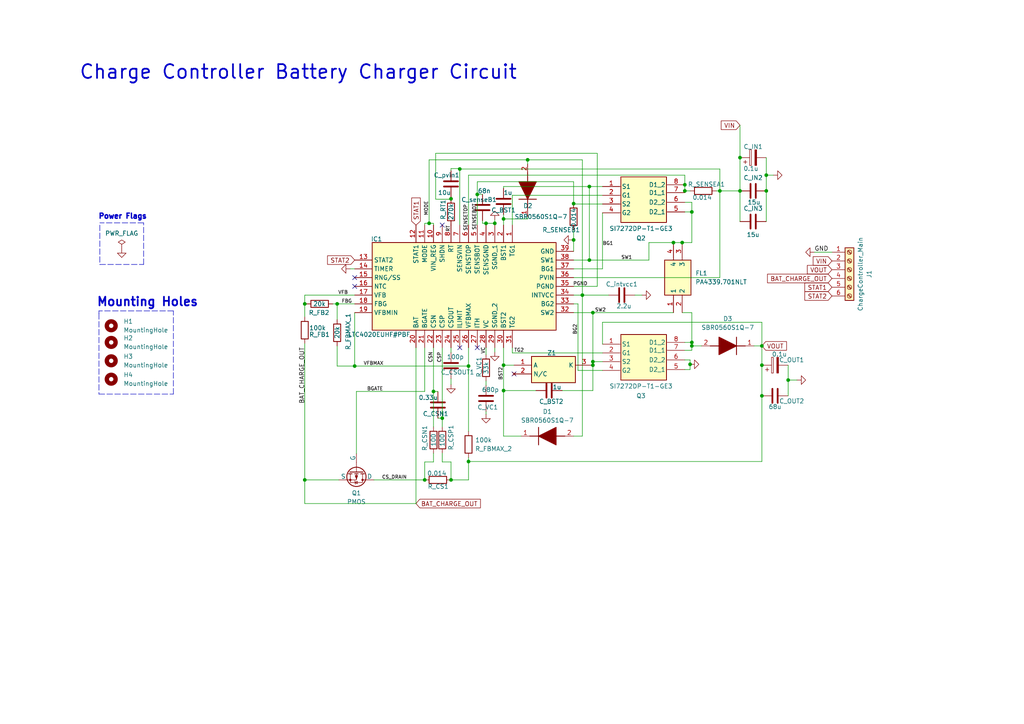
<source format=kicad_sch>
(kicad_sch (version 20230121) (generator eeschema)

  (uuid ba1b7b83-23ce-4b9e-835c-4e589837c264)

  (paper "A4")

  (title_block
    (title "12 V Sealed Lead Acid Battery Charger w/ 12 V Input")
    (date "2024-01-29")
  )

  (lib_symbols
    (symbol "BatChargerSymbols:BZX84C6V2LT116" (in_bom yes) (on_board yes)
      (property "Reference" "Z" (at 19.05 7.62 0)
        (effects (font (size 1.27 1.27)) (justify left top))
      )
      (property "Value" "BZX84C6V2LT116" (at 19.05 5.08 0)
        (effects (font (size 1.27 1.27)) (justify left top))
      )
      (property "Footprint" "SOT95P240X115-3N" (at 19.05 -94.92 0)
        (effects (font (size 1.27 1.27)) (justify left top) hide)
      )
      (property "Datasheet" "https://fscdn.rohm.com/en/products/databook/datasheet/discrete/diode/zener/bzx84c6v2lt116-e.pdf" (at 19.05 -194.92 0)
        (effects (font (size 1.27 1.27)) (justify left top) hide)
      )
      (property "Height" "1.15" (at 19.05 -394.92 0)
        (effects (font (size 1.27 1.27)) (justify left top) hide)
      )
      (property "Manufacturer_Name" "ROHM Semiconductor" (at 19.05 -494.92 0)
        (effects (font (size 1.27 1.27)) (justify left top) hide)
      )
      (property "Manufacturer_Part_Number" "BZX84C6V2LT116" (at 19.05 -594.92 0)
        (effects (font (size 1.27 1.27)) (justify left top) hide)
      )
      (property "Mouser Part Number" "755-BZX84C6V2LT116" (at 19.05 -694.92 0)
        (effects (font (size 1.27 1.27)) (justify left top) hide)
      )
      (property "Mouser Price/Stock" "https://www.mouser.co.uk/ProductDetail/ROHM-Semiconductor/BZX84C6V2LT116?qs=4v%252BiZTmLVHH7p%2FgGW5uwkw%3D%3D" (at 19.05 -794.92 0)
        (effects (font (size 1.27 1.27)) (justify left top) hide)
      )
      (property "Arrow Part Number" "" (at 19.05 -894.92 0)
        (effects (font (size 1.27 1.27)) (justify left top) hide)
      )
      (property "Arrow Price/Stock" "" (at 19.05 -994.92 0)
        (effects (font (size 1.27 1.27)) (justify left top) hide)
      )
      (property "ki_description" "ROHM, 6.6V Zener Diode +/-5% 250 mW SMT 3-Pin SOT-23" (at 0 0 0)
        (effects (font (size 1.27 1.27)) hide)
      )
      (symbol "BZX84C6V2LT116_1_1"
        (rectangle (start 5.08 2.54) (end 17.78 -5.08)
          (stroke (width 0.254) (type default))
          (fill (type background))
        )
        (pin passive line (at 0 0 0) (length 5.08)
          (name "A" (effects (font (size 1.27 1.27))))
          (number "1" (effects (font (size 1.27 1.27))))
        )
        (pin no_connect line (at 0 -2.54 0) (length 5.08)
          (name "N/C" (effects (font (size 1.27 1.27))))
          (number "2" (effects (font (size 1.27 1.27))))
        )
        (pin passive line (at 22.86 0 180) (length 5.08)
          (name "K" (effects (font (size 1.27 1.27))))
          (number "3" (effects (font (size 1.27 1.27))))
        )
      )
    )
    (symbol "BatChargerSymbols:LTC4020EUHF#PBF" (in_bom yes) (on_board yes)
      (property "Reference" "IC" (at 31.75 17.78 0)
        (effects (font (size 1.27 1.27)) (justify left top))
      )
      (property "Value" "LTC4020EUHF#PBF" (at 31.75 15.24 0)
        (effects (font (size 1.27 1.27)) (justify left top))
      )
      (property "Footprint" "QFN50P500X700X80-39N-D" (at 31.75 -84.76 0)
        (effects (font (size 1.27 1.27)) (justify left top) hide)
      )
      (property "Datasheet" "http://cds.linear.com/docs/en/datasheet/4020fd.pdf" (at 31.75 -184.76 0)
        (effects (font (size 1.27 1.27)) (justify left top) hide)
      )
      (property "Height" "0.8" (at 31.75 -384.76 0)
        (effects (font (size 1.27 1.27)) (justify left top) hide)
      )
      (property "Manufacturer_Name" "Analog Devices" (at 31.75 -484.76 0)
        (effects (font (size 1.27 1.27)) (justify left top) hide)
      )
      (property "Manufacturer_Part_Number" "LTC4020EUHF#PBF" (at 31.75 -584.76 0)
        (effects (font (size 1.27 1.27)) (justify left top) hide)
      )
      (property "Mouser Part Number" "N/A" (at 31.75 -684.76 0)
        (effects (font (size 1.27 1.27)) (justify left top) hide)
      )
      (property "Mouser Price/Stock" "https://www.mouser.com/Search/Refine.aspx?Keyword=N%2FA" (at 31.75 -784.76 0)
        (effects (font (size 1.27 1.27)) (justify left top) hide)
      )
      (property "Arrow Part Number" "LTC4020EUHF#PBF" (at 31.75 -884.76 0)
        (effects (font (size 1.27 1.27)) (justify left top) hide)
      )
      (property "Arrow Price/Stock" "https://www.arrow.com/en/products/ltc4020euhfpbf/analog-devices?region=nac" (at 31.75 -984.76 0)
        (effects (font (size 1.27 1.27)) (justify left top) hide)
      )
      (property "ki_description" "LTC4020 - 55V Buck-Boost Multi-Chemistry Battery Charger" (at 0 0 0)
        (effects (font (size 1.27 1.27)) hide)
      )
      (symbol "LTC4020EUHF#PBF_1_1"
        (rectangle (start 5.08 12.7) (end 30.48 -40.64)
          (stroke (width 0.254) (type default))
          (fill (type background))
        )
        (pin passive line (at 0 0 0) (length 5.08)
          (name "TG1" (effects (font (size 1.27 1.27))))
          (number "1" (effects (font (size 1.27 1.27))))
        )
        (pin passive line (at 0 -22.86 0) (length 5.08)
          (name "VIN_REG" (effects (font (size 1.27 1.27))))
          (number "10" (effects (font (size 1.27 1.27))))
        )
        (pin passive line (at 0 -25.4 0) (length 5.08)
          (name "MODE" (effects (font (size 1.27 1.27))))
          (number "11" (effects (font (size 1.27 1.27))))
        )
        (pin passive line (at 0 -27.94 0) (length 5.08)
          (name "STAT1" (effects (font (size 1.27 1.27))))
          (number "12" (effects (font (size 1.27 1.27))))
        )
        (pin passive line (at 10.16 -45.72 90) (length 5.08)
          (name "STAT2" (effects (font (size 1.27 1.27))))
          (number "13" (effects (font (size 1.27 1.27))))
        )
        (pin passive line (at 12.7 -45.72 90) (length 5.08)
          (name "TIMER" (effects (font (size 1.27 1.27))))
          (number "14" (effects (font (size 1.27 1.27))))
        )
        (pin passive line (at 15.24 -45.72 90) (length 5.08)
          (name "RNG/SS" (effects (font (size 1.27 1.27))))
          (number "15" (effects (font (size 1.27 1.27))))
        )
        (pin passive line (at 17.78 -45.72 90) (length 5.08)
          (name "NTC" (effects (font (size 1.27 1.27))))
          (number "16" (effects (font (size 1.27 1.27))))
        )
        (pin passive line (at 20.32 -45.72 90) (length 5.08)
          (name "VFB" (effects (font (size 1.27 1.27))))
          (number "17" (effects (font (size 1.27 1.27))))
        )
        (pin passive line (at 22.86 -45.72 90) (length 5.08)
          (name "FBG" (effects (font (size 1.27 1.27))))
          (number "18" (effects (font (size 1.27 1.27))))
        )
        (pin passive line (at 25.4 -45.72 90) (length 5.08)
          (name "VFBMIN" (effects (font (size 1.27 1.27))))
          (number "19" (effects (font (size 1.27 1.27))))
        )
        (pin passive line (at 0 -2.54 0) (length 5.08)
          (name "BST1" (effects (font (size 1.27 1.27))))
          (number "2" (effects (font (size 1.27 1.27))))
        )
        (pin passive line (at 35.56 -27.94 180) (length 5.08)
          (name "BAT" (effects (font (size 1.27 1.27))))
          (number "20" (effects (font (size 1.27 1.27))))
        )
        (pin passive line (at 35.56 -25.4 180) (length 5.08)
          (name "BGATE" (effects (font (size 1.27 1.27))))
          (number "21" (effects (font (size 1.27 1.27))))
        )
        (pin passive line (at 35.56 -22.86 180) (length 5.08)
          (name "CSN" (effects (font (size 1.27 1.27))))
          (number "22" (effects (font (size 1.27 1.27))))
        )
        (pin passive line (at 35.56 -20.32 180) (length 5.08)
          (name "CSP" (effects (font (size 1.27 1.27))))
          (number "23" (effects (font (size 1.27 1.27))))
        )
        (pin passive line (at 35.56 -17.78 180) (length 5.08)
          (name "CSOUT" (effects (font (size 1.27 1.27))))
          (number "24" (effects (font (size 1.27 1.27))))
        )
        (pin passive line (at 35.56 -15.24 180) (length 5.08)
          (name "ILIMIT" (effects (font (size 1.27 1.27))))
          (number "25" (effects (font (size 1.27 1.27))))
        )
        (pin passive line (at 35.56 -12.7 180) (length 5.08)
          (name "VFBMAX" (effects (font (size 1.27 1.27))))
          (number "26" (effects (font (size 1.27 1.27))))
        )
        (pin passive line (at 35.56 -10.16 180) (length 5.08)
          (name "ITH" (effects (font (size 1.27 1.27))))
          (number "27" (effects (font (size 1.27 1.27))))
        )
        (pin passive line (at 35.56 -7.62 180) (length 5.08)
          (name "VC" (effects (font (size 1.27 1.27))))
          (number "28" (effects (font (size 1.27 1.27))))
        )
        (pin passive line (at 35.56 -5.08 180) (length 5.08)
          (name "SGND_2" (effects (font (size 1.27 1.27))))
          (number "29" (effects (font (size 1.27 1.27))))
        )
        (pin passive line (at 0 -5.08 0) (length 5.08)
          (name "SGND_1" (effects (font (size 1.27 1.27))))
          (number "3" (effects (font (size 1.27 1.27))))
        )
        (pin passive line (at 35.56 -2.54 180) (length 5.08)
          (name "BST2" (effects (font (size 1.27 1.27))))
          (number "30" (effects (font (size 1.27 1.27))))
        )
        (pin passive line (at 35.56 0 180) (length 5.08)
          (name "TG2" (effects (font (size 1.27 1.27))))
          (number "31" (effects (font (size 1.27 1.27))))
        )
        (pin passive line (at 25.4 17.78 270) (length 5.08)
          (name "SW2" (effects (font (size 1.27 1.27))))
          (number "32" (effects (font (size 1.27 1.27))))
        )
        (pin passive line (at 22.86 17.78 270) (length 5.08)
          (name "BG2" (effects (font (size 1.27 1.27))))
          (number "33" (effects (font (size 1.27 1.27))))
        )
        (pin passive line (at 20.32 17.78 270) (length 5.08)
          (name "INTVCC" (effects (font (size 1.27 1.27))))
          (number "34" (effects (font (size 1.27 1.27))))
        )
        (pin passive line (at 17.78 17.78 270) (length 5.08)
          (name "PGND" (effects (font (size 1.27 1.27))))
          (number "35" (effects (font (size 1.27 1.27))))
        )
        (pin passive line (at 15.24 17.78 270) (length 5.08)
          (name "PVIN" (effects (font (size 1.27 1.27))))
          (number "36" (effects (font (size 1.27 1.27))))
        )
        (pin passive line (at 12.7 17.78 270) (length 5.08)
          (name "BG1" (effects (font (size 1.27 1.27))))
          (number "37" (effects (font (size 1.27 1.27))))
        )
        (pin passive line (at 10.16 17.78 270) (length 5.08)
          (name "SW1" (effects (font (size 1.27 1.27))))
          (number "38" (effects (font (size 1.27 1.27))))
        )
        (pin passive line (at 7.62 17.78 270) (length 5.08)
          (name "GND" (effects (font (size 1.27 1.27))))
          (number "39" (effects (font (size 1.27 1.27))))
        )
        (pin passive line (at 0 -7.62 0) (length 5.08)
          (name "SENSGND" (effects (font (size 1.27 1.27))))
          (number "4" (effects (font (size 1.27 1.27))))
        )
        (pin passive line (at 0 -10.16 0) (length 5.08)
          (name "SENSBOT" (effects (font (size 1.27 1.27))))
          (number "5" (effects (font (size 1.27 1.27))))
        )
        (pin passive line (at 0 -12.7 0) (length 5.08)
          (name "SENSTOP" (effects (font (size 1.27 1.27))))
          (number "6" (effects (font (size 1.27 1.27))))
        )
        (pin passive line (at 0 -15.24 0) (length 5.08)
          (name "SENSVIN" (effects (font (size 1.27 1.27))))
          (number "7" (effects (font (size 1.27 1.27))))
        )
        (pin passive line (at 0 -17.78 0) (length 5.08)
          (name "RT" (effects (font (size 1.27 1.27))))
          (number "8" (effects (font (size 1.27 1.27))))
        )
        (pin passive line (at 0 -20.32 0) (length 5.08)
          (name "SHDN" (effects (font (size 1.27 1.27))))
          (number "9" (effects (font (size 1.27 1.27))))
        )
      )
    )
    (symbol "BatChargerSymbols:PA4339.701NLT" (in_bom yes) (on_board yes)
      (property "Reference" "FL" (at 6.35 8.89 0)
        (effects (font (size 1.27 1.27)) (justify left top))
      )
      (property "Value" "PA4339.701NLT" (at 6.35 6.35 0)
        (effects (font (size 1.27 1.27)) (justify left top))
      )
      (property "Footprint" "PA4339701NLT" (at 16.51 -94.92 0)
        (effects (font (size 1.27 1.27)) (justify left top) hide)
      )
      (property "Datasheet" "https://componentsearchengine.com/Datasheets/1/PA4339.701NLT.pdf" (at 16.51 -194.92 0)
        (effects (font (size 1.27 1.27)) (justify left top) hide)
      )
      (property "Height" "3.8" (at 16.51 -394.92 0)
        (effects (font (size 1.27 1.27)) (justify left top) hide)
      )
      (property "Manufacturer_Name" "Pulse Electronics" (at 16.51 -494.92 0)
        (effects (font (size 1.27 1.27)) (justify left top) hide)
      )
      (property "Manufacturer_Part_Number" "PA4339.701NLT" (at 16.51 -594.92 0)
        (effects (font (size 1.27 1.27)) (justify left top) hide)
      )
      (property "Mouser Part Number" "673-PA4339.701NLT" (at 16.51 -694.92 0)
        (effects (font (size 1.27 1.27)) (justify left top) hide)
      )
      (property "Mouser Price/Stock" "https://www.mouser.co.uk/ProductDetail/Pulse-Electronics/PA4339.701NLT?qs=byeeYqUIh0MubUfGghqscg%3D%3D" (at 16.51 -794.92 0)
        (effects (font (size 1.27 1.27)) (justify left top) hide)
      )
      (property "Arrow Part Number" "PA4339.701NLT" (at 16.51 -894.92 0)
        (effects (font (size 1.27 1.27)) (justify left top) hide)
      )
      (property "Arrow Price/Stock" "https://www.arrow.com/en/products/pa4339.701nlt/pulse-electronics-corporation?region=nac" (at 16.51 -994.92 0)
        (effects (font (size 1.27 1.27)) (justify left top) hide)
      )
      (property "ki_description" "Common Mode Chokes / Filters CMC 5.0uH 4A" (at 0 0 0)
        (effects (font (size 1.27 1.27)) hide)
      )
      (symbol "PA4339.701NLT_1_1"
        (rectangle (start -5.08 3.81) (end 5.08 -3.81)
          (stroke (width 0.254) (type default))
          (fill (type background))
        )
        (pin passive line (at -10.16 1.27 0) (length 5.08)
          (name "1" (effects (font (size 1.27 1.27))))
          (number "1" (effects (font (size 1.27 1.27))))
        )
        (pin passive line (at -10.16 -1.27 0) (length 5.08)
          (name "2" (effects (font (size 1.27 1.27))))
          (number "2" (effects (font (size 1.27 1.27))))
        )
        (pin passive line (at 10.16 -1.27 180) (length 5.08)
          (name "3" (effects (font (size 1.27 1.27))))
          (number "3" (effects (font (size 1.27 1.27))))
        )
        (pin passive line (at 10.16 1.27 180) (length 5.08)
          (name "4" (effects (font (size 1.27 1.27))))
          (number "4" (effects (font (size 1.27 1.27))))
        )
      )
    )
    (symbol "BatChargerSymbols:SBR0560S1Q-7" (pin_names hide) (in_bom yes) (on_board yes)
      (property "Reference" "D" (at 11.43 5.08 0)
        (effects (font (size 1.27 1.27)) (justify left top))
      )
      (property "Value" "SBR0560S1Q-7" (at 11.43 2.54 0)
        (effects (font (size 1.27 1.27)) (justify left top))
      )
      (property "Footprint" "SOD3716X145N" (at 11.43 -97.46 0)
        (effects (font (size 1.27 1.27)) (justify left top) hide)
      )
      (property "Datasheet" "https://www.arrow.com/en/products/sbr0560s1q-7/diodes-incorporated" (at 11.43 -197.46 0)
        (effects (font (size 1.27 1.27)) (justify left top) hide)
      )
      (property "Height" "1.45" (at 11.43 -397.46 0)
        (effects (font (size 1.27 1.27)) (justify left top) hide)
      )
      (property "Manufacturer_Name" "Diodes Incorporated" (at 11.43 -497.46 0)
        (effects (font (size 1.27 1.27)) (justify left top) hide)
      )
      (property "Manufacturer_Part_Number" "SBR0560S1Q-7" (at 11.43 -597.46 0)
        (effects (font (size 1.27 1.27)) (justify left top) hide)
      )
      (property "Mouser Part Number" "621-SBR0560S1Q-7" (at 11.43 -697.46 0)
        (effects (font (size 1.27 1.27)) (justify left top) hide)
      )
      (property "Mouser Price/Stock" "https://www.mouser.co.uk/ProductDetail/Diodes-Incorporated/SBR0560S1Q-7?qs=4EhzHfbM1GiCOHzHUGtr2w%3D%3D" (at 11.43 -797.46 0)
        (effects (font (size 1.27 1.27)) (justify left top) hide)
      )
      (property "Arrow Part Number" "SBR0560S1Q-7" (at 11.43 -897.46 0)
        (effects (font (size 1.27 1.27)) (justify left top) hide)
      )
      (property "Arrow Price/Stock" "https://www.arrow.com/en/products/sbr0560s1q-7/diodes-incorporated?region=nac" (at 11.43 -997.46 0)
        (effects (font (size 1.27 1.27)) (justify left top) hide)
      )
      (property "ki_description" "Diode Super Barrier Rectifier 60V 0.5A Automotive 2-Pin SOD-123 T/R" (at 0 0 0)
        (effects (font (size 1.27 1.27)) hide)
      )
      (symbol "SBR0560S1Q-7_1_1"
        (polyline
          (pts
            (xy 2.54 0)
            (xy 5.08 0)
          )
          (stroke (width 0.254) (type default))
          (fill (type none))
        )
        (polyline
          (pts
            (xy 5.08 2.54)
            (xy 5.08 -2.54)
          )
          (stroke (width 0.254) (type default))
          (fill (type none))
        )
        (polyline
          (pts
            (xy 10.16 0)
            (xy 12.7 0)
          )
          (stroke (width 0.254) (type default))
          (fill (type none))
        )
        (polyline
          (pts
            (xy 5.08 0)
            (xy 10.16 2.54)
            (xy 10.16 -2.54)
            (xy 5.08 0)
          )
          (stroke (width 0.254) (type default))
          (fill (type outline))
        )
        (pin passive line (at 0 0 0) (length 2.54)
          (name "K" (effects (font (size 1.27 1.27))))
          (number "1" (effects (font (size 1.27 1.27))))
        )
        (pin passive line (at 15.24 0 180) (length 2.54)
          (name "A" (effects (font (size 1.27 1.27))))
          (number "2" (effects (font (size 1.27 1.27))))
        )
      )
    )
    (symbol "BatChargerSymbols:SI7272DP-T1-GE3" (in_bom yes) (on_board yes)
      (property "Reference" "Q" (at 10.16 13.208 0)
        (effects (font (size 1.27 1.27)) (justify left top))
      )
      (property "Value" "SI7272DP-T1-GE3" (at 10.16 10.668 0)
        (effects (font (size 1.27 1.27)) (justify left top))
      )
      (property "Footprint" "SI7288DPT1GE3" (at 24.13 -94.92 0)
        (effects (font (size 1.27 1.27)) (justify left top) hide)
      )
      (property "Datasheet" "https://www.vishay.com/docs/69026/si7272dp.pdf" (at 24.13 -194.92 0)
        (effects (font (size 1.27 1.27)) (justify left top) hide)
      )
      (property "Height" "" (at 24.13 -394.92 0)
        (effects (font (size 1.27 1.27)) (justify left top) hide)
      )
      (property "Manufacturer_Name" "Vishay" (at 24.13 -494.92 0)
        (effects (font (size 1.27 1.27)) (justify left top) hide)
      )
      (property "Manufacturer_Part_Number" "SI7272DP-T1-GE3" (at 24.13 -594.92 0)
        (effects (font (size 1.27 1.27)) (justify left top) hide)
      )
      (property "Mouser Part Number" "781-SI7272DP-GE3" (at 24.13 -694.92 0)
        (effects (font (size 1.27 1.27)) (justify left top) hide)
      )
      (property "Mouser Price/Stock" "https://www.mouser.com/Search/Refine.aspx?Keyword=781-SI7272DP-GE3" (at 24.13 -794.92 0)
        (effects (font (size 1.27 1.27)) (justify left top) hide)
      )
      (property "Arrow Part Number" "SI7272DP-T1-GE3" (at 24.13 -894.92 0)
        (effects (font (size 1.27 1.27)) (justify left top) hide)
      )
      (property "Arrow Price/Stock" "https://www.arrow.com/en/products/si7272dp-t1-ge3/vishay" (at 24.13 -994.92 0)
        (effects (font (size 1.27 1.27)) (justify left top) hide)
      )
      (property "ki_description" "VISHAY - SI7272DP-T1-GE3 - MOSFET, DUAL N-CH, 30V, 25A, POWERPAK SO" (at 0 0 0)
        (effects (font (size 1.27 1.27)) hide)
      )
      (symbol "SI7272DP-T1-GE3_1_1"
        (rectangle (start -4.318 8.128) (end 8.89 -5.08)
          (stroke (width 0.254) (type default))
          (fill (type background))
        )
        (pin passive line (at -9.652 5.334 0) (length 5.08)
          (name "S1" (effects (font (size 1.27 1.27))))
          (number "1" (effects (font (size 1.27 1.27))))
        )
        (pin passive line (at -9.652 2.794 0) (length 5.08)
          (name "G1" (effects (font (size 1.27 1.27))))
          (number "2" (effects (font (size 1.27 1.27))))
        )
        (pin passive line (at -9.652 0.254 0) (length 5.08)
          (name "S2" (effects (font (size 1.27 1.27))))
          (number "3" (effects (font (size 1.27 1.27))))
        )
        (pin passive line (at -9.652 -2.286 0) (length 5.08)
          (name "G2" (effects (font (size 1.27 1.27))))
          (number "4" (effects (font (size 1.27 1.27))))
        )
        (pin passive line (at 14.224 -2.032 180) (length 5.08)
          (name "D2_1" (effects (font (size 1.27 1.27))))
          (number "5" (effects (font (size 1.27 1.27))))
        )
        (pin passive line (at 14.224 0.762 180) (length 5.08)
          (name "D2_2" (effects (font (size 1.27 1.27))))
          (number "6" (effects (font (size 1.27 1.27))))
        )
        (pin passive line (at 14.224 3.556 180) (length 5.08)
          (name "D1_1" (effects (font (size 1.27 1.27))))
          (number "7" (effects (font (size 1.27 1.27))))
        )
        (pin passive line (at 14.224 5.842 180) (length 5.08)
          (name "D1_2" (effects (font (size 1.27 1.27))))
          (number "8" (effects (font (size 1.27 1.27))))
        )
      )
    )
    (symbol "ChargeControllerComponents:SBR0560S1Q-7" (pin_names hide) (in_bom yes) (on_board yes)
      (property "Reference" "Schottky_D" (at -3.81 3.81 0)
        (effects (font (size 1.27 1.27)) (justify left top))
      )
      (property "Value" "SBR0560S1Q-7" (at -6.35 -2.54 0)
        (effects (font (size 1.27 1.27)) (justify left top))
      )
      (property "Footprint" "SOD3716X145N" (at 11.43 -97.46 0)
        (effects (font (size 1.27 1.27)) (justify left top) hide)
      )
      (property "Datasheet" "https://www.arrow.com/en/products/sbr0560s1q-7/diodes-incorporated" (at 11.43 -197.46 0)
        (effects (font (size 1.27 1.27)) (justify left top) hide)
      )
      (property "Height" "1.45" (at 11.43 -397.46 0)
        (effects (font (size 1.27 1.27)) (justify left top) hide)
      )
      (property "Manufacturer_Name" "Diodes Incorporated" (at 11.43 -497.46 0)
        (effects (font (size 1.27 1.27)) (justify left top) hide)
      )
      (property "Manufacturer_Part_Number" "SBR0560S1Q-7" (at 11.43 -597.46 0)
        (effects (font (size 1.27 1.27)) (justify left top) hide)
      )
      (property "Mouser Part Number" "621-SBR0560S1Q-7" (at 11.43 -697.46 0)
        (effects (font (size 1.27 1.27)) (justify left top) hide)
      )
      (property "Mouser Price/Stock" "https://www.mouser.co.uk/ProductDetail/Diodes-Incorporated/SBR0560S1Q-7?qs=4EhzHfbM1GiCOHzHUGtr2w%3D%3D" (at 11.43 -797.46 0)
        (effects (font (size 1.27 1.27)) (justify left top) hide)
      )
      (property "Arrow Part Number" "SBR0560S1Q-7" (at 11.43 -897.46 0)
        (effects (font (size 1.27 1.27)) (justify left top) hide)
      )
      (property "Arrow Price/Stock" "https://www.arrow.com/en/products/sbr0560s1q-7/diodes-incorporated?region=nac" (at 11.43 -997.46 0)
        (effects (font (size 1.27 1.27)) (justify left top) hide)
      )
      (property "ki_description" "Diode Super Barrier Rectifier 60V 0.5A Automotive 2-Pin SOD-123 T/R" (at 0 0 0)
        (effects (font (size 1.27 1.27)) hide)
      )
      (symbol "SBR0560S1Q-7_1_1"
        (polyline
          (pts
            (xy -5.08 0)
            (xy -2.54 0)
          )
          (stroke (width 0.254) (type default))
          (fill (type none))
        )
        (polyline
          (pts
            (xy -2.54 2.54)
            (xy -2.54 -2.54)
          )
          (stroke (width 0.254) (type default))
          (fill (type none))
        )
        (polyline
          (pts
            (xy 2.54 0)
            (xy 5.08 0)
          )
          (stroke (width 0.254) (type default))
          (fill (type none))
        )
        (polyline
          (pts
            (xy -2.54 0)
            (xy 2.54 2.54)
            (xy 2.54 -2.54)
            (xy -2.54 0)
          )
          (stroke (width 0.254) (type default))
          (fill (type outline))
        )
        (pin passive line (at -7.62 0 0) (length 2.54)
          (name "K" (effects (font (size 1.27 1.27))))
          (number "1" (effects (font (size 1.27 1.27))))
        )
        (pin passive line (at 7.62 0 180) (length 2.54)
          (name "A" (effects (font (size 1.27 1.27))))
          (number "2" (effects (font (size 1.27 1.27))))
        )
      )
    )
    (symbol "Connector:Screw_Terminal_01x06" (pin_names (offset 1.016) hide) (in_bom yes) (on_board yes)
      (property "Reference" "J" (at 0 7.62 0)
        (effects (font (size 1.27 1.27)))
      )
      (property "Value" "Screw_Terminal_01x06" (at 0 -10.16 0)
        (effects (font (size 1.27 1.27)))
      )
      (property "Footprint" "" (at 0 0 0)
        (effects (font (size 1.27 1.27)) hide)
      )
      (property "Datasheet" "~" (at 0 0 0)
        (effects (font (size 1.27 1.27)) hide)
      )
      (property "ki_keywords" "screw terminal" (at 0 0 0)
        (effects (font (size 1.27 1.27)) hide)
      )
      (property "ki_description" "Generic screw terminal, single row, 01x06, script generated (kicad-library-utils/schlib/autogen/connector/)" (at 0 0 0)
        (effects (font (size 1.27 1.27)) hide)
      )
      (property "ki_fp_filters" "TerminalBlock*:*" (at 0 0 0)
        (effects (font (size 1.27 1.27)) hide)
      )
      (symbol "Screw_Terminal_01x06_1_1"
        (rectangle (start -1.27 6.35) (end 1.27 -8.89)
          (stroke (width 0.254) (type default))
          (fill (type background))
        )
        (circle (center 0 -7.62) (radius 0.635)
          (stroke (width 0.1524) (type default))
          (fill (type none))
        )
        (circle (center 0 -5.08) (radius 0.635)
          (stroke (width 0.1524) (type default))
          (fill (type none))
        )
        (circle (center 0 -2.54) (radius 0.635)
          (stroke (width 0.1524) (type default))
          (fill (type none))
        )
        (polyline
          (pts
            (xy -0.5334 -7.2898)
            (xy 0.3302 -8.128)
          )
          (stroke (width 0.1524) (type default))
          (fill (type none))
        )
        (polyline
          (pts
            (xy -0.5334 -4.7498)
            (xy 0.3302 -5.588)
          )
          (stroke (width 0.1524) (type default))
          (fill (type none))
        )
        (polyline
          (pts
            (xy -0.5334 -2.2098)
            (xy 0.3302 -3.048)
          )
          (stroke (width 0.1524) (type default))
          (fill (type none))
        )
        (polyline
          (pts
            (xy -0.5334 0.3302)
            (xy 0.3302 -0.508)
          )
          (stroke (width 0.1524) (type default))
          (fill (type none))
        )
        (polyline
          (pts
            (xy -0.5334 2.8702)
            (xy 0.3302 2.032)
          )
          (stroke (width 0.1524) (type default))
          (fill (type none))
        )
        (polyline
          (pts
            (xy -0.5334 5.4102)
            (xy 0.3302 4.572)
          )
          (stroke (width 0.1524) (type default))
          (fill (type none))
        )
        (polyline
          (pts
            (xy -0.3556 -7.112)
            (xy 0.508 -7.9502)
          )
          (stroke (width 0.1524) (type default))
          (fill (type none))
        )
        (polyline
          (pts
            (xy -0.3556 -4.572)
            (xy 0.508 -5.4102)
          )
          (stroke (width 0.1524) (type default))
          (fill (type none))
        )
        (polyline
          (pts
            (xy -0.3556 -2.032)
            (xy 0.508 -2.8702)
          )
          (stroke (width 0.1524) (type default))
          (fill (type none))
        )
        (polyline
          (pts
            (xy -0.3556 0.508)
            (xy 0.508 -0.3302)
          )
          (stroke (width 0.1524) (type default))
          (fill (type none))
        )
        (polyline
          (pts
            (xy -0.3556 3.048)
            (xy 0.508 2.2098)
          )
          (stroke (width 0.1524) (type default))
          (fill (type none))
        )
        (polyline
          (pts
            (xy -0.3556 5.588)
            (xy 0.508 4.7498)
          )
          (stroke (width 0.1524) (type default))
          (fill (type none))
        )
        (circle (center 0 0) (radius 0.635)
          (stroke (width 0.1524) (type default))
          (fill (type none))
        )
        (circle (center 0 2.54) (radius 0.635)
          (stroke (width 0.1524) (type default))
          (fill (type none))
        )
        (circle (center 0 5.08) (radius 0.635)
          (stroke (width 0.1524) (type default))
          (fill (type none))
        )
        (pin passive line (at -5.08 5.08 0) (length 3.81)
          (name "Pin_1" (effects (font (size 1.27 1.27))))
          (number "1" (effects (font (size 1.27 1.27))))
        )
        (pin passive line (at -5.08 2.54 0) (length 3.81)
          (name "Pin_2" (effects (font (size 1.27 1.27))))
          (number "2" (effects (font (size 1.27 1.27))))
        )
        (pin passive line (at -5.08 0 0) (length 3.81)
          (name "Pin_3" (effects (font (size 1.27 1.27))))
          (number "3" (effects (font (size 1.27 1.27))))
        )
        (pin passive line (at -5.08 -2.54 0) (length 3.81)
          (name "Pin_4" (effects (font (size 1.27 1.27))))
          (number "4" (effects (font (size 1.27 1.27))))
        )
        (pin passive line (at -5.08 -5.08 0) (length 3.81)
          (name "Pin_5" (effects (font (size 1.27 1.27))))
          (number "5" (effects (font (size 1.27 1.27))))
        )
        (pin passive line (at -5.08 -7.62 0) (length 3.81)
          (name "Pin_6" (effects (font (size 1.27 1.27))))
          (number "6" (effects (font (size 1.27 1.27))))
        )
      )
    )
    (symbol "Device:C" (pin_numbers hide) (pin_names (offset 0.254)) (in_bom yes) (on_board yes)
      (property "Reference" "C" (at 0.635 2.54 0)
        (effects (font (size 1.27 1.27)) (justify left))
      )
      (property "Value" "C" (at 0.635 -2.54 0)
        (effects (font (size 1.27 1.27)) (justify left))
      )
      (property "Footprint" "" (at 0.9652 -3.81 0)
        (effects (font (size 1.27 1.27)) hide)
      )
      (property "Datasheet" "~" (at 0 0 0)
        (effects (font (size 1.27 1.27)) hide)
      )
      (property "ki_keywords" "cap capacitor" (at 0 0 0)
        (effects (font (size 1.27 1.27)) hide)
      )
      (property "ki_description" "Unpolarized capacitor" (at 0 0 0)
        (effects (font (size 1.27 1.27)) hide)
      )
      (property "ki_fp_filters" "C_*" (at 0 0 0)
        (effects (font (size 1.27 1.27)) hide)
      )
      (symbol "C_0_1"
        (polyline
          (pts
            (xy -2.032 -0.762)
            (xy 2.032 -0.762)
          )
          (stroke (width 0.508) (type default))
          (fill (type none))
        )
        (polyline
          (pts
            (xy -2.032 0.762)
            (xy 2.032 0.762)
          )
          (stroke (width 0.508) (type default))
          (fill (type none))
        )
      )
      (symbol "C_1_1"
        (pin passive line (at 0 3.81 270) (length 2.794)
          (name "~" (effects (font (size 1.27 1.27))))
          (number "1" (effects (font (size 1.27 1.27))))
        )
        (pin passive line (at 0 -3.81 90) (length 2.794)
          (name "~" (effects (font (size 1.27 1.27))))
          (number "2" (effects (font (size 1.27 1.27))))
        )
      )
    )
    (symbol "Device:C_Polarized" (pin_numbers hide) (pin_names (offset 0.254)) (in_bom yes) (on_board yes)
      (property "Reference" "C" (at 0.635 2.54 0)
        (effects (font (size 1.27 1.27)) (justify left))
      )
      (property "Value" "C_Polarized" (at 0.635 -2.54 0)
        (effects (font (size 1.27 1.27)) (justify left))
      )
      (property "Footprint" "" (at 0.9652 -3.81 0)
        (effects (font (size 1.27 1.27)) hide)
      )
      (property "Datasheet" "~" (at 0 0 0)
        (effects (font (size 1.27 1.27)) hide)
      )
      (property "ki_keywords" "cap capacitor" (at 0 0 0)
        (effects (font (size 1.27 1.27)) hide)
      )
      (property "ki_description" "Polarized capacitor" (at 0 0 0)
        (effects (font (size 1.27 1.27)) hide)
      )
      (property "ki_fp_filters" "CP_*" (at 0 0 0)
        (effects (font (size 1.27 1.27)) hide)
      )
      (symbol "C_Polarized_0_1"
        (rectangle (start -2.286 0.508) (end 2.286 1.016)
          (stroke (width 0) (type default))
          (fill (type none))
        )
        (polyline
          (pts
            (xy -1.778 2.286)
            (xy -0.762 2.286)
          )
          (stroke (width 0) (type default))
          (fill (type none))
        )
        (polyline
          (pts
            (xy -1.27 2.794)
            (xy -1.27 1.778)
          )
          (stroke (width 0) (type default))
          (fill (type none))
        )
        (rectangle (start 2.286 -0.508) (end -2.286 -1.016)
          (stroke (width 0) (type default))
          (fill (type outline))
        )
      )
      (symbol "C_Polarized_1_1"
        (pin passive line (at 0 3.81 270) (length 2.794)
          (name "~" (effects (font (size 1.27 1.27))))
          (number "1" (effects (font (size 1.27 1.27))))
        )
        (pin passive line (at 0 -3.81 90) (length 2.794)
          (name "~" (effects (font (size 1.27 1.27))))
          (number "2" (effects (font (size 1.27 1.27))))
        )
      )
    )
    (symbol "Device:R" (pin_numbers hide) (pin_names (offset 0)) (in_bom yes) (on_board yes)
      (property "Reference" "R" (at 2.032 0 90)
        (effects (font (size 1.27 1.27)))
      )
      (property "Value" "R" (at 0 0 90)
        (effects (font (size 1.27 1.27)))
      )
      (property "Footprint" "" (at -1.778 0 90)
        (effects (font (size 1.27 1.27)) hide)
      )
      (property "Datasheet" "~" (at 0 0 0)
        (effects (font (size 1.27 1.27)) hide)
      )
      (property "ki_keywords" "R res resistor" (at 0 0 0)
        (effects (font (size 1.27 1.27)) hide)
      )
      (property "ki_description" "Resistor" (at 0 0 0)
        (effects (font (size 1.27 1.27)) hide)
      )
      (property "ki_fp_filters" "R_*" (at 0 0 0)
        (effects (font (size 1.27 1.27)) hide)
      )
      (symbol "R_0_1"
        (rectangle (start -1.016 -2.54) (end 1.016 2.54)
          (stroke (width 0.254) (type default))
          (fill (type none))
        )
      )
      (symbol "R_1_1"
        (pin passive line (at 0 3.81 270) (length 1.27)
          (name "~" (effects (font (size 1.27 1.27))))
          (number "1" (effects (font (size 1.27 1.27))))
        )
        (pin passive line (at 0 -3.81 90) (length 1.27)
          (name "~" (effects (font (size 1.27 1.27))))
          (number "2" (effects (font (size 1.27 1.27))))
        )
      )
    )
    (symbol "Mechanical:MountingHole" (pin_names (offset 1.016)) (in_bom yes) (on_board yes)
      (property "Reference" "H" (at 0 5.08 0)
        (effects (font (size 1.27 1.27)))
      )
      (property "Value" "MountingHole" (at 0 3.175 0)
        (effects (font (size 1.27 1.27)))
      )
      (property "Footprint" "" (at 0 0 0)
        (effects (font (size 1.27 1.27)) hide)
      )
      (property "Datasheet" "~" (at 0 0 0)
        (effects (font (size 1.27 1.27)) hide)
      )
      (property "ki_keywords" "mounting hole" (at 0 0 0)
        (effects (font (size 1.27 1.27)) hide)
      )
      (property "ki_description" "Mounting Hole without connection" (at 0 0 0)
        (effects (font (size 1.27 1.27)) hide)
      )
      (property "ki_fp_filters" "MountingHole*" (at 0 0 0)
        (effects (font (size 1.27 1.27)) hide)
      )
      (symbol "MountingHole_0_1"
        (circle (center 0 0) (radius 1.27)
          (stroke (width 1.27) (type default))
          (fill (type none))
        )
      )
    )
    (symbol "Simulation_SPICE:PMOS" (pin_numbers hide) (pin_names (offset 0)) (in_bom yes) (on_board yes)
      (property "Reference" "Q" (at 5.08 1.27 0)
        (effects (font (size 1.27 1.27)) (justify left))
      )
      (property "Value" "PMOS" (at 5.08 -1.27 0)
        (effects (font (size 1.27 1.27)) (justify left))
      )
      (property "Footprint" "" (at 5.08 2.54 0)
        (effects (font (size 1.27 1.27)) hide)
      )
      (property "Datasheet" "https://ngspice.sourceforge.io/docs/ngspice-manual.pdf" (at 0 -12.7 0)
        (effects (font (size 1.27 1.27)) hide)
      )
      (property "Sim.Device" "PMOS" (at 0 -17.145 0)
        (effects (font (size 1.27 1.27)) hide)
      )
      (property "Sim.Type" "VDMOS" (at 0 -19.05 0)
        (effects (font (size 1.27 1.27)) hide)
      )
      (property "Sim.Pins" "1=D 2=G 3=S" (at 0 -15.24 0)
        (effects (font (size 1.27 1.27)) hide)
      )
      (property "ki_keywords" "transistor PMOS P-MOS P-MOSFET simulation" (at 0 0 0)
        (effects (font (size 1.27 1.27)) hide)
      )
      (property "ki_description" "P-MOSFET transistor, drain/source/gate" (at 0 0 0)
        (effects (font (size 1.27 1.27)) hide)
      )
      (symbol "PMOS_0_1"
        (polyline
          (pts
            (xy 0.254 0)
            (xy -2.54 0)
          )
          (stroke (width 0) (type default))
          (fill (type none))
        )
        (polyline
          (pts
            (xy 0.254 1.905)
            (xy 0.254 -1.905)
          )
          (stroke (width 0.254) (type default))
          (fill (type none))
        )
        (polyline
          (pts
            (xy 0.762 -1.27)
            (xy 0.762 -2.286)
          )
          (stroke (width 0.254) (type default))
          (fill (type none))
        )
        (polyline
          (pts
            (xy 0.762 0.508)
            (xy 0.762 -0.508)
          )
          (stroke (width 0.254) (type default))
          (fill (type none))
        )
        (polyline
          (pts
            (xy 0.762 2.286)
            (xy 0.762 1.27)
          )
          (stroke (width 0.254) (type default))
          (fill (type none))
        )
        (polyline
          (pts
            (xy 2.54 2.54)
            (xy 2.54 1.778)
          )
          (stroke (width 0) (type default))
          (fill (type none))
        )
        (polyline
          (pts
            (xy 2.54 -2.54)
            (xy 2.54 0)
            (xy 0.762 0)
          )
          (stroke (width 0) (type default))
          (fill (type none))
        )
        (polyline
          (pts
            (xy 0.762 1.778)
            (xy 3.302 1.778)
            (xy 3.302 -1.778)
            (xy 0.762 -1.778)
          )
          (stroke (width 0) (type default))
          (fill (type none))
        )
        (polyline
          (pts
            (xy 2.286 0)
            (xy 1.27 0.381)
            (xy 1.27 -0.381)
            (xy 2.286 0)
          )
          (stroke (width 0) (type default))
          (fill (type outline))
        )
        (polyline
          (pts
            (xy 2.794 -0.508)
            (xy 2.921 -0.381)
            (xy 3.683 -0.381)
            (xy 3.81 -0.254)
          )
          (stroke (width 0) (type default))
          (fill (type none))
        )
        (polyline
          (pts
            (xy 3.302 -0.381)
            (xy 2.921 0.254)
            (xy 3.683 0.254)
            (xy 3.302 -0.381)
          )
          (stroke (width 0) (type default))
          (fill (type none))
        )
        (circle (center 1.651 0) (radius 2.794)
          (stroke (width 0.254) (type default))
          (fill (type none))
        )
        (circle (center 2.54 -1.778) (radius 0.254)
          (stroke (width 0) (type default))
          (fill (type outline))
        )
        (circle (center 2.54 1.778) (radius 0.254)
          (stroke (width 0) (type default))
          (fill (type outline))
        )
      )
      (symbol "PMOS_1_1"
        (pin passive line (at 2.54 5.08 270) (length 2.54)
          (name "D" (effects (font (size 1.27 1.27))))
          (number "1" (effects (font (size 1.27 1.27))))
        )
        (pin input line (at -5.08 0 0) (length 2.54)
          (name "G" (effects (font (size 1.27 1.27))))
          (number "2" (effects (font (size 1.27 1.27))))
        )
        (pin passive line (at 2.54 -5.08 90) (length 2.54)
          (name "S" (effects (font (size 1.27 1.27))))
          (number "3" (effects (font (size 1.27 1.27))))
        )
      )
    )
    (symbol "power:GND" (power) (pin_names (offset 0)) (in_bom yes) (on_board yes)
      (property "Reference" "#PWR" (at 0 -6.35 0)
        (effects (font (size 1.27 1.27)) hide)
      )
      (property "Value" "GND" (at 0 -3.81 0)
        (effects (font (size 1.27 1.27)))
      )
      (property "Footprint" "" (at 0 0 0)
        (effects (font (size 1.27 1.27)) hide)
      )
      (property "Datasheet" "" (at 0 0 0)
        (effects (font (size 1.27 1.27)) hide)
      )
      (property "ki_keywords" "global power" (at 0 0 0)
        (effects (font (size 1.27 1.27)) hide)
      )
      (property "ki_description" "Power symbol creates a global label with name \"GND\" , ground" (at 0 0 0)
        (effects (font (size 1.27 1.27)) hide)
      )
      (symbol "GND_0_1"
        (polyline
          (pts
            (xy 0 0)
            (xy 0 -1.27)
            (xy 1.27 -1.27)
            (xy 0 -2.54)
            (xy -1.27 -1.27)
            (xy 0 -1.27)
          )
          (stroke (width 0) (type default))
          (fill (type none))
        )
      )
      (symbol "GND_1_1"
        (pin power_in line (at 0 0 270) (length 0) hide
          (name "GND" (effects (font (size 1.27 1.27))))
          (number "1" (effects (font (size 1.27 1.27))))
        )
      )
    )
    (symbol "power:PWR_FLAG" (power) (pin_numbers hide) (pin_names (offset 0) hide) (in_bom yes) (on_board yes)
      (property "Reference" "#FLG" (at 0 1.905 0)
        (effects (font (size 1.27 1.27)) hide)
      )
      (property "Value" "PWR_FLAG" (at 0 3.81 0)
        (effects (font (size 1.27 1.27)))
      )
      (property "Footprint" "" (at 0 0 0)
        (effects (font (size 1.27 1.27)) hide)
      )
      (property "Datasheet" "~" (at 0 0 0)
        (effects (font (size 1.27 1.27)) hide)
      )
      (property "ki_keywords" "flag power" (at 0 0 0)
        (effects (font (size 1.27 1.27)) hide)
      )
      (property "ki_description" "Special symbol for telling ERC where power comes from" (at 0 0 0)
        (effects (font (size 1.27 1.27)) hide)
      )
      (symbol "PWR_FLAG_0_0"
        (pin power_out line (at 0 0 90) (length 0)
          (name "pwr" (effects (font (size 1.27 1.27))))
          (number "1" (effects (font (size 1.27 1.27))))
        )
      )
      (symbol "PWR_FLAG_0_1"
        (polyline
          (pts
            (xy 0 0)
            (xy 0 1.27)
            (xy -1.016 1.905)
            (xy 0 2.54)
            (xy 1.016 1.905)
            (xy 0 1.27)
          )
          (stroke (width 0) (type default))
          (fill (type none))
        )
      )
    )
  )

  (junction (at 171.958 90.678) (diameter 0) (color 0 0 0 0)
    (uuid 0282a221-fd60-4981-b8e2-8f1702634381)
  )
  (junction (at 170.942 54.102) (diameter 0) (color 0 0 0 0)
    (uuid 047524b7-1486-4a63-b426-16f6c58f894a)
  )
  (junction (at 166.37 59.055) (diameter 0) (color 0 0 0 0)
    (uuid 04a54f25-7666-4eaa-9ffa-e855c66c20c1)
  )
  (junction (at 88.392 139.192) (diameter 0) (color 0 0 0 0)
    (uuid 0dd3a407-937c-48ca-ace4-3bfa27a25a77)
  )
  (junction (at 130.81 57.658) (diameter 0) (color 0 0 0 0)
    (uuid 11aacec3-6316-429f-bd0b-e75c32e3353e)
  )
  (junction (at 198.628 53.594) (diameter 0) (color 0 0 0 0)
    (uuid 1c318ef9-6480-4d2d-b6bd-5c466ee2db7a)
  )
  (junction (at 208.788 55.372) (diameter 0) (color 0 0 0 0)
    (uuid 23565362-b39c-440d-a4d2-f3d49283fdb4)
  )
  (junction (at 228.6 110.236) (diameter 0) (color 0 0 0 0)
    (uuid 23bf164c-e56f-496c-b525-a6a1c0ea6766)
  )
  (junction (at 195.326 70.358) (diameter 0) (color 0 0 0 0)
    (uuid 30c64751-a685-428b-bea3-9f8337596606)
  )
  (junction (at 153.035 46.355) (diameter 0) (color 0 0 0 0)
    (uuid 3d9e40b2-b742-4ff7-95d4-1ddf18480086)
  )
  (junction (at 135.89 133.858) (diameter 0) (color 0 0 0 0)
    (uuid 3ea31176-58f1-4095-ae18-aec31e2e3134)
  )
  (junction (at 222.25 50.8) (diameter 0) (color 0 0 0 0)
    (uuid 41d1ba6e-d40f-4f67-a2ad-21d83307f1fd)
  )
  (junction (at 135.89 106.172) (diameter 0) (color 0 0 0 0)
    (uuid 49257157-bfeb-4af8-bf60-475ba023aadc)
  )
  (junction (at 168.91 85.598) (diameter 0) (color 0 0 0 0)
    (uuid 4a34769c-c6bf-42be-8d4f-aabe2e5dc743)
  )
  (junction (at 102.87 106.172) (diameter 0) (color 0 0 0 0)
    (uuid 4a9b2076-6634-4469-b2b9-d5d3581ca02d)
  )
  (junction (at 171.958 104.902) (diameter 0) (color 0 0 0 0)
    (uuid 4eb56752-df26-41ee-b900-18e533af6bc8)
  )
  (junction (at 125.73 113.538) (diameter 0) (color 0 0 0 0)
    (uuid 5ec9a1ba-355c-4562-aa27-2fa6961d34db)
  )
  (junction (at 220.98 100.33) (diameter 0) (color 0 0 0 0)
    (uuid 63a28963-4817-452d-bc0b-156bb544238d)
  )
  (junction (at 166.37 69.596) (diameter 0) (color 0 0 0 0)
    (uuid 6a9feb20-c50d-4ddb-a8d6-42816d542e4f)
  )
  (junction (at 200.152 105.664) (diameter 0) (color 0 0 0 0)
    (uuid 6d03f4da-9330-4560-a53d-d7f192f4361b)
  )
  (junction (at 198.628 55.372) (diameter 0) (color 0 0 0 0)
    (uuid 779d67c8-fb4d-45e3-97b3-049e4e4b1491)
  )
  (junction (at 200.66 99.314) (diameter 0) (color 0 0 0 0)
    (uuid 79833940-d8d6-4ba2-9815-e9dcffc3db3c)
  )
  (junction (at 146.05 63.5) (diameter 0) (color 0 0 0 0)
    (uuid 8816127b-b525-4fa9-93ef-8d1a887a4c8c)
  )
  (junction (at 220.98 105.918) (diameter 0) (color 0 0 0 0)
    (uuid 889dffb2-0569-4280-8ae4-83c2308a3f83)
  )
  (junction (at 138.43 56.388) (diameter 0) (color 0 0 0 0)
    (uuid 8b35b2c8-613a-4738-9463-3a7c4e79b54f)
  )
  (junction (at 197.866 70.358) (diameter 0) (color 0 0 0 0)
    (uuid 989b19e3-a33f-40ba-a6c2-ff01c3db5f70)
  )
  (junction (at 214.63 45.72) (diameter 0) (color 0 0 0 0)
    (uuid 98b2e637-54fe-4b86-9548-251600d1b000)
  )
  (junction (at 171.958 105.918) (diameter 0) (color 0 0 0 0)
    (uuid 9db0bf26-5f52-4b2f-b205-71e7f1500983)
  )
  (junction (at 222.25 55.372) (diameter 0) (color 0 0 0 0)
    (uuid 9e0938ea-d611-49df-abd1-9f4d47c09da0)
  )
  (junction (at 128.27 121.285) (diameter 0) (color 0 0 0 0)
    (uuid 9f3f5c54-76bb-4266-8e0a-46741bad17fe)
  )
  (junction (at 123.19 139.192) (diameter 0) (color 0 0 0 0)
    (uuid a0cc86cb-39f9-4d58-b960-cf7caf9a804b)
  )
  (junction (at 146.05 105.918) (diameter 0) (color 0 0 0 0)
    (uuid aaa75d70-ca49-449c-b5b4-8f9c382b35d4)
  )
  (junction (at 220.98 114.808) (diameter 0) (color 0 0 0 0)
    (uuid ab52d365-c663-495d-8284-18b57a94f834)
  )
  (junction (at 214.63 55.372) (diameter 0) (color 0 0 0 0)
    (uuid b2b40a22-63ca-4cc3-b7a3-6f64948f4e6e)
  )
  (junction (at 200.66 100.33) (diameter 0) (color 0 0 0 0)
    (uuid b2f0fc75-fc82-4b0e-a1db-e1ba46119da1)
  )
  (junction (at 124.46 64.77) (diameter 0) (color 0 0 0 0)
    (uuid b643121a-2a83-4c88-99c4-d9c6cb5b335f)
  )
  (junction (at 200.66 61.468) (diameter 0) (color 0 0 0 0)
    (uuid bcfd88f8-dd15-4e22-9bc4-693f23f2934d)
  )
  (junction (at 170.942 75.438) (diameter 0) (color 0 0 0 0)
    (uuid c0d0e969-d885-44c0-b197-d279eabba1f7)
  )
  (junction (at 88.392 88.138) (diameter 0) (color 0 0 0 0)
    (uuid cb72b059-7ac3-4fe7-a097-074900bed099)
  )
  (junction (at 143.51 64.77) (diameter 0) (color 0 0 0 0)
    (uuid ccc26ffe-cda0-4e2a-88e9-4b920bad689d)
  )
  (junction (at 146.05 113.284) (diameter 0) (color 0 0 0 0)
    (uuid d2b5d802-dca0-44ac-ac21-d692abe6b2f0)
  )
  (junction (at 133.35 49.022) (diameter 0) (color 0 0 0 0)
    (uuid df39dec5-5025-406d-8b1c-e4065404363e)
  )
  (junction (at 140.97 64.77) (diameter 0) (color 0 0 0 0)
    (uuid e18e7f3b-2a7a-4070-a846-053a93edcead)
  )
  (junction (at 130.81 139.192) (diameter 0) (color 0 0 0 0)
    (uuid faff785d-4296-425a-aa26-eba69e924181)
  )
  (junction (at 97.79 88.138) (diameter 0) (color 0 0 0 0)
    (uuid fb3d613f-5253-4f2d-ae60-deecda955fff)
  )

  (no_connect (at 102.87 80.518) (uuid 0ea8df84-9a6f-4063-977d-204a7c2ab698))
  (no_connect (at 138.43 100.838) (uuid 42477a45-6c68-488b-8912-a9a3063c3f5a))
  (no_connect (at 102.87 83.058) (uuid 55e00e3b-20d7-41c7-8e9e-4f8afff83e95))
  (no_connect (at 149.098 108.458) (uuid 9ab3fdd6-2adf-4477-88ed-c8cfdb9c37b8))
  (no_connect (at 128.27 65.278) (uuid dc94b633-930f-4aba-9e89-cc5326b071ab))
  (no_connect (at 133.35 100.838) (uuid e99f8731-1eac-4163-be0c-58e96de3538d))

  (wire (pts (xy 126.365 44.45) (xy 126.365 57.785))
    (stroke (width 0) (type default))
    (uuid 015d3a5a-68c1-4abe-9b74-32784a119638)
  )
  (wire (pts (xy 228.6 110.236) (xy 228.6 105.918))
    (stroke (width 0) (type default))
    (uuid 025d500f-a4e5-4c76-a2e0-7264d3e308d6)
  )
  (wire (pts (xy 124.46 64.77) (xy 123.19 64.77))
    (stroke (width 0) (type default))
    (uuid 05be39e0-ff8f-4887-9624-df5dac75ca25)
  )
  (wire (pts (xy 135.89 50.8) (xy 135.89 65.278))
    (stroke (width 0) (type default))
    (uuid 064c5288-26f9-4f51-a55b-6e1331232cab)
  )
  (wire (pts (xy 168.91 85.598) (xy 168.91 126.492))
    (stroke (width 0) (type default))
    (uuid 079a788e-afc1-41f7-9d3a-53110e221eef)
  )
  (wire (pts (xy 166.37 88.138) (xy 167.64 88.138))
    (stroke (width 0) (type default))
    (uuid 07a4a677-53b1-4a52-86d6-9c6414cf66a8)
  )
  (wire (pts (xy 174.752 77.978) (xy 166.37 77.978))
    (stroke (width 0) (type default))
    (uuid 0a614b48-98a5-4657-8166-13630d808267)
  )
  (wire (pts (xy 124.46 64.77) (xy 125.73 64.77))
    (stroke (width 0) (type default))
    (uuid 0abdc7ab-0e85-4036-910b-feb73e7994d0)
  )
  (wire (pts (xy 166.37 69.596) (xy 166.37 72.898))
    (stroke (width 0) (type default))
    (uuid 0b1264c8-b4d4-4952-a487-3c13c4561449)
  )
  (wire (pts (xy 200.66 100.33) (xy 203.454 100.33))
    (stroke (width 0) (type default))
    (uuid 0bdd9cf9-952b-4ac7-a630-f4a7674b6a8a)
  )
  (wire (pts (xy 148.59 56.642) (xy 148.59 65.278))
    (stroke (width 0) (type default))
    (uuid 0ce160da-b6ea-4c1b-91f5-8d8cc9e14835)
  )
  (wire (pts (xy 102.87 106.172) (xy 135.89 106.172))
    (stroke (width 0) (type default))
    (uuid 0ec014dd-c688-4abc-b51b-26ebc2af2ede)
  )
  (wire (pts (xy 168.91 85.598) (xy 176.53 85.598))
    (stroke (width 0) (type default))
    (uuid 104452ad-e7b4-4b36-981b-6ed21848a053)
  )
  (polyline (pts (xy 28.956 65.278) (xy 28.956 76.708))
    (stroke (width 0) (type dash))
    (uuid 10ca0157-a2d5-45a8-b5e7-523a1953f22b)
  )

  (wire (pts (xy 135.89 106.172) (xy 135.89 125.095))
    (stroke (width 0) (type default))
    (uuid 111a3ac7-a478-4c2e-8bdf-cd06deb56a35)
  )
  (wire (pts (xy 88.392 146.05) (xy 120.65 146.05))
    (stroke (width 0) (type default))
    (uuid 1346f86f-db7a-4350-9bc7-6920006a5aaf)
  )
  (wire (pts (xy 127 121.285) (xy 128.27 121.285))
    (stroke (width 0) (type default))
    (uuid 13d06e6b-e87a-4e99-9edf-36e193c207de)
  )
  (wire (pts (xy 96.52 88.138) (xy 97.79 88.138))
    (stroke (width 0) (type default))
    (uuid 13d7bd92-03fc-4914-bf9e-febeea6ac628)
  )
  (wire (pts (xy 166.37 59.182) (xy 166.37 59.055))
    (stroke (width 0) (type default))
    (uuid 15c8b4fb-448f-45a8-94ce-8bfd6a486256)
  )
  (wire (pts (xy 228.6 110.236) (xy 231.14 110.236))
    (stroke (width 0) (type default))
    (uuid 16f023af-9182-4e27-8b28-690d65f15d55)
  )
  (wire (pts (xy 143.51 63.754) (xy 143.51 64.77))
    (stroke (width 0) (type default))
    (uuid 1789836e-11f0-4456-8a54-3c9522401d03)
  )
  (wire (pts (xy 174.752 59.182) (xy 166.37 59.182))
    (stroke (width 0) (type default))
    (uuid 183f9dc1-7234-4b5d-a294-c780032d6613)
  )
  (wire (pts (xy 200.66 101.6) (xy 198.628 101.6))
    (stroke (width 0) (type default))
    (uuid 1aa6c495-9f2c-42d3-8cc2-9d8a5592171b)
  )
  (wire (pts (xy 148.59 102.362) (xy 174.752 102.362))
    (stroke (width 0) (type default))
    (uuid 1bcdc2e6-1e1a-44a9-b7b8-cf925f89802e)
  )
  (wire (pts (xy 171.958 90.678) (xy 171.958 104.902))
    (stroke (width 0) (type default))
    (uuid 1f37dd72-a267-4e7a-817d-813fc8f053f4)
  )
  (wire (pts (xy 148.59 56.642) (xy 174.752 56.642))
    (stroke (width 0) (type default))
    (uuid 219d45cb-c238-425b-85e6-fc6ad4f44c1e)
  )
  (wire (pts (xy 143.51 100.838) (xy 143.51 102.108))
    (stroke (width 0) (type default))
    (uuid 24c54620-b3d7-4f88-8af6-3fd12c5b0ca0)
  )
  (wire (pts (xy 138.43 56.388) (xy 139.954 56.388))
    (stroke (width 0) (type default))
    (uuid 24c7dd37-85ae-430c-8dd1-8380f64f5554)
  )
  (polyline (pts (xy 50.292 90.17) (xy 28.702 90.17))
    (stroke (width 0) (type dash))
    (uuid 25c44778-8a39-4956-8cb4-da27126d90df)
  )

  (wire (pts (xy 166.37 80.518) (xy 208.788 80.518))
    (stroke (width 0) (type default))
    (uuid 2609d1b6-9724-4c6a-bb8d-518f889e2d56)
  )
  (wire (pts (xy 88.392 139.192) (xy 88.392 146.05))
    (stroke (width 0) (type default))
    (uuid 265d4a69-c977-4a84-8af1-3ec76db3e836)
  )
  (polyline (pts (xy 28.956 76.708) (xy 41.656 76.708))
    (stroke (width 0) (type dash))
    (uuid 2673935d-f568-40cc-a8a4-8b743bb15139)
  )
  (polyline (pts (xy 28.702 114.3) (xy 50.292 114.3))
    (stroke (width 0) (type dash))
    (uuid 269309c8-68d8-4841-bce7-e633d47dfedd)
  )

  (wire (pts (xy 228.6 110.236) (xy 228.6 114.808))
    (stroke (width 0) (type default))
    (uuid 279778f3-1514-489e-8998-06659ca724d9)
  )
  (polyline (pts (xy 41.656 76.708) (xy 41.656 64.643))
    (stroke (width 0) (type dash))
    (uuid 27af4285-70c6-4ef5-9814-4af7f56c9f01)
  )

  (wire (pts (xy 133.35 48.895) (xy 133.35 49.022))
    (stroke (width 0) (type default))
    (uuid 27b6f9f9-01e7-46d8-9381-56f64c7882ac)
  )
  (wire (pts (xy 220.98 100.33) (xy 220.98 105.918))
    (stroke (width 0) (type default))
    (uuid 282eabc4-bfcb-4f7e-a245-f482f5363962)
  )
  (wire (pts (xy 146.05 63.5) (xy 146.05 65.278))
    (stroke (width 0) (type default))
    (uuid 296f2548-cba1-42ec-b031-b050c17f4e0d)
  )
  (wire (pts (xy 98.298 139.192) (xy 88.392 139.192))
    (stroke (width 0) (type default))
    (uuid 299fe99c-c6e1-44a4-8910-566255baa8b7)
  )
  (wire (pts (xy 128.27 131.445) (xy 128.27 133.985))
    (stroke (width 0) (type default))
    (uuid 2b1a9532-c778-4274-907c-66972353a46c)
  )
  (wire (pts (xy 130.81 109.855) (xy 130.81 111.506))
    (stroke (width 0) (type default))
    (uuid 2babba0d-d2e7-4d5b-a906-5ccb852536b7)
  )
  (wire (pts (xy 123.19 133.985) (xy 123.19 139.192))
    (stroke (width 0) (type default))
    (uuid 2cb679f5-9742-4911-8409-e8dd398b566a)
  )
  (wire (pts (xy 146.05 100.838) (xy 146.05 105.918))
    (stroke (width 0) (type default))
    (uuid 3384376b-2a44-4e3d-95d5-faab40ce7159)
  )
  (wire (pts (xy 140.97 110.49) (xy 140.97 111.76))
    (stroke (width 0) (type default))
    (uuid 37351df2-a5d9-4725-9c56-417e8481a23e)
  )
  (wire (pts (xy 200.152 105.664) (xy 200.152 107.188))
    (stroke (width 0) (type default))
    (uuid 3aa1267d-2c31-453d-8055-59c755167310)
  )
  (wire (pts (xy 108.458 139.192) (xy 123.19 139.192))
    (stroke (width 0) (type default))
    (uuid 3b4bde3c-5722-402c-92f9-98d565b5310a)
  )
  (wire (pts (xy 200.66 90.678) (xy 200.66 99.314))
    (stroke (width 0) (type default))
    (uuid 3c0ce36d-79ca-449d-8c40-b43aea62e4d3)
  )
  (wire (pts (xy 130.81 57.658) (xy 130.81 57.785))
    (stroke (width 0) (type default))
    (uuid 3c461279-504f-4c86-8fbd-22025cbe1806)
  )
  (wire (pts (xy 135.89 133.858) (xy 135.89 139.192))
    (stroke (width 0) (type default))
    (uuid 3edc5c6a-9000-4622-9c7a-b8fbb909077f)
  )
  (wire (pts (xy 208.788 49.022) (xy 208.788 55.372))
    (stroke (width 0) (type default))
    (uuid 40c9689a-cf06-4a27-91f3-f6ac6045dedf)
  )
  (wire (pts (xy 124.46 46.355) (xy 124.46 64.77))
    (stroke (width 0) (type default))
    (uuid 41822fdf-4314-49b6-ac9e-b13706ec8b51)
  )
  (wire (pts (xy 171.958 104.902) (xy 174.752 104.902))
    (stroke (width 0) (type default))
    (uuid 41efcffa-07a5-48a7-a98d-ec1faac045f3)
  )
  (wire (pts (xy 125.73 100.838) (xy 125.73 113.538))
    (stroke (width 0) (type default))
    (uuid 47d36281-5824-4e39-b368-2c06868b8846)
  )
  (wire (pts (xy 103.378 113.538) (xy 103.378 131.572))
    (stroke (width 0) (type default))
    (uuid 492d737d-8715-4531-a15e-02e27f364ea5)
  )
  (wire (pts (xy 88.392 88.138) (xy 88.392 91.948))
    (stroke (width 0) (type default))
    (uuid 4951c173-fa0e-4319-b1db-6bcfc845b8c3)
  )
  (wire (pts (xy 166.37 85.598) (xy 168.91 85.598))
    (stroke (width 0) (type default))
    (uuid 49f480f4-ff45-403c-b881-7bc3d95f98dd)
  )
  (wire (pts (xy 198.628 55.372) (xy 198.628 55.88))
    (stroke (width 0) (type default))
    (uuid 4a046ad6-a84f-48c4-ae0b-60b29e55534e)
  )
  (wire (pts (xy 135.89 100.838) (xy 135.89 106.172))
    (stroke (width 0) (type default))
    (uuid 4a636886-7f50-4bcb-9ec6-1ef4bf67edd9)
  )
  (wire (pts (xy 153.035 63.5) (xy 146.05 63.5))
    (stroke (width 0) (type default))
    (uuid 4aa3636b-8970-42b6-9f1e-bfa26a44ee95)
  )
  (wire (pts (xy 166.37 83.058) (xy 173.228 83.058))
    (stroke (width 0) (type default))
    (uuid 4b20ca9b-e0b8-4bc7-b584-140f62b43ff2)
  )
  (wire (pts (xy 123.19 64.77) (xy 123.19 65.278))
    (stroke (width 0) (type default))
    (uuid 4c46de83-0d14-4c16-81ff-4caddeb772c5)
  )
  (wire (pts (xy 166.37 75.438) (xy 170.942 75.438))
    (stroke (width 0) (type default))
    (uuid 4ca36fa9-4134-40cc-a141-b4793f8b756b)
  )
  (wire (pts (xy 125.73 64.77) (xy 125.73 65.278))
    (stroke (width 0) (type default))
    (uuid 4d2d5fd6-33b4-4955-953d-30f3ee545471)
  )
  (wire (pts (xy 146.05 54.102) (xy 146.05 54.61))
    (stroke (width 0) (type default))
    (uuid 4d48f6cc-0211-4f5b-900c-333883de903f)
  )
  (wire (pts (xy 102.87 90.678) (xy 102.87 106.172))
    (stroke (width 0) (type default))
    (uuid 51807fad-e14f-4344-9e69-8146fd6a46dc)
  )
  (wire (pts (xy 133.35 49.022) (xy 133.35 65.278))
    (stroke (width 0) (type default))
    (uuid 529e30f7-2a69-47fa-8007-d64d9fedb06c)
  )
  (wire (pts (xy 220.98 114.808) (xy 220.98 133.858))
    (stroke (width 0) (type default))
    (uuid 53397034-425a-4a0a-b706-c8918a424a6e)
  )
  (wire (pts (xy 241.3 73.152) (xy 236.22 73.152))
    (stroke (width 0) (type default))
    (uuid 5534f6c6-35fa-41ea-9577-9d5aca7c8580)
  )
  (wire (pts (xy 140.97 100.838) (xy 140.97 102.87))
    (stroke (width 0) (type default))
    (uuid 583c205d-a18a-4a3b-a8e8-1adc0ecc2aeb)
  )
  (wire (pts (xy 88.392 85.598) (xy 102.87 85.598))
    (stroke (width 0) (type default))
    (uuid 5f33d9e9-a969-445e-a61d-f5d8b664abb6)
  )
  (wire (pts (xy 214.63 45.72) (xy 214.63 55.372))
    (stroke (width 0) (type default))
    (uuid 5f9b1be8-dedc-4afc-adcc-fb6f73ed910c)
  )
  (wire (pts (xy 220.98 93.472) (xy 220.98 100.33))
    (stroke (width 0) (type default))
    (uuid 622cbc3b-fc8f-41e5-8f4c-1542e535c931)
  )
  (wire (pts (xy 184.15 85.598) (xy 186.182 85.598))
    (stroke (width 0) (type default))
    (uuid 634b2bae-ab34-4a9e-af07-9455dc9df6d7)
  )
  (wire (pts (xy 220.98 133.858) (xy 135.89 133.858))
    (stroke (width 0) (type default))
    (uuid 65ebb41a-32a1-455d-b1b1-f59b0fb1093d)
  )
  (wire (pts (xy 146.05 54.102) (xy 170.942 54.102))
    (stroke (width 0) (type default))
    (uuid 6858939d-7533-4735-beaf-8dbb727a6ef1)
  )
  (wire (pts (xy 130.81 139.192) (xy 135.89 139.192))
    (stroke (width 0) (type default))
    (uuid 68a965a4-f22d-4acc-ab09-c13613a5e54c)
  )
  (wire (pts (xy 128.27 100.838) (xy 128.27 121.285))
    (stroke (width 0) (type default))
    (uuid 6e89b07a-8006-4ad4-b5d4-02920344b62c)
  )
  (wire (pts (xy 174.752 107.442) (xy 167.64 107.442))
    (stroke (width 0) (type default))
    (uuid 734e257e-f266-45c1-8595-a38c0ff43d79)
  )
  (wire (pts (xy 125.73 113.538) (xy 127 113.538))
    (stroke (width 0) (type default))
    (uuid 7491a200-85ec-4222-bfb3-63b6cd279832)
  )
  (wire (pts (xy 166.37 52.705) (xy 166.37 59.055))
    (stroke (width 0) (type default))
    (uuid 75d2eb9d-9b19-4b50-8657-27c85e42785f)
  )
  (wire (pts (xy 214.63 36.322) (xy 214.63 45.72))
    (stroke (width 0) (type default))
    (uuid 7676c1aa-e751-4ac0-8296-332eb03fefee)
  )
  (wire (pts (xy 167.64 88.138) (xy 167.64 107.442))
    (stroke (width 0) (type default))
    (uuid 7ad26490-ea11-46b4-a470-ffdb8c44a88d)
  )
  (wire (pts (xy 174.752 61.722) (xy 174.752 77.978))
    (stroke (width 0) (type default))
    (uuid 7b1ad8e9-2b16-4aff-b5f0-7408c9ca8380)
  )
  (wire (pts (xy 97.79 88.138) (xy 97.79 92.71))
    (stroke (width 0) (type default))
    (uuid 7b65106b-f684-4a90-ac91-97f2d9a5de28)
  )
  (wire (pts (xy 140.97 64.77) (xy 140.97 65.278))
    (stroke (width 0) (type default))
    (uuid 7fced8e6-61da-4cfd-a44b-c325b7251a0a)
  )
  (wire (pts (xy 146.05 113.284) (xy 146.05 126.492))
    (stroke (width 0) (type default))
    (uuid 80d787b9-a24d-4999-a363-4e3f442a367f)
  )
  (wire (pts (xy 188.214 70.358) (xy 195.326 70.358))
    (stroke (width 0) (type default))
    (uuid 81192939-b75c-4fa8-bb31-dd043d402ded)
  )
  (wire (pts (xy 130.81 48.895) (xy 130.81 49.53))
    (stroke (width 0) (type default))
    (uuid 830208ad-a7f5-4ce4-8c31-b5d2f02a4e12)
  )
  (wire (pts (xy 200.152 107.188) (xy 198.628 107.188))
    (stroke (width 0) (type default))
    (uuid 83b8fdd0-d745-4af4-8a43-2c7996c04cc3)
  )
  (wire (pts (xy 166.37 90.678) (xy 171.958 90.678))
    (stroke (width 0) (type default))
    (uuid 83df82cc-1536-4428-a1f9-82fc5116b18f)
  )
  (wire (pts (xy 128.27 133.985) (xy 130.81 133.985))
    (stroke (width 0) (type default))
    (uuid 849fd632-bf1b-4891-ac03-7214d048a861)
  )
  (wire (pts (xy 200.66 61.468) (xy 200.66 70.358))
    (stroke (width 0) (type default))
    (uuid 8530f48c-4df7-482e-a735-164564617bde)
  )
  (wire (pts (xy 198.628 55.372) (xy 200.152 55.372))
    (stroke (width 0) (type default))
    (uuid 855c7498-830e-4150-901a-7516758344ec)
  )
  (wire (pts (xy 130.81 100.838) (xy 130.81 102.235))
    (stroke (width 0) (type default))
    (uuid 85c034a1-f850-484d-bab5-dc1e866e0f3f)
  )
  (wire (pts (xy 208.788 55.372) (xy 214.63 55.372))
    (stroke (width 0) (type default))
    (uuid 862fff05-bb3e-4424-8a57-0bfb29405bfd)
  )
  (wire (pts (xy 208.788 55.372) (xy 208.788 80.518))
    (stroke (width 0) (type default))
    (uuid 8bb38534-3ae8-40f2-883a-5185b6005811)
  )
  (wire (pts (xy 170.942 75.438) (xy 188.214 75.438))
    (stroke (width 0) (type default))
    (uuid 8bdf7c49-3cf6-4297-91e2-f96f6106ba9d)
  )
  (wire (pts (xy 126.365 57.785) (xy 130.81 57.785))
    (stroke (width 0) (type default))
    (uuid 8e65930b-edb9-4a92-94bf-5c9db57b1235)
  )
  (wire (pts (xy 166.37 126.492) (xy 168.91 126.492))
    (stroke (width 0) (type default))
    (uuid 8fb2a856-f740-4e5f-bafe-288b3b54d0e2)
  )
  (wire (pts (xy 140.97 119.38) (xy 140.97 120.142))
    (stroke (width 0) (type default))
    (uuid 913a58d0-a90a-4904-af43-a258ebc934b3)
  )
  (wire (pts (xy 171.958 90.678) (xy 195.326 90.678))
    (stroke (width 0) (type default))
    (uuid 93808963-692d-4c43-a458-34d154c86418)
  )
  (wire (pts (xy 171.958 105.918) (xy 171.958 104.902))
    (stroke (width 0) (type default))
    (uuid 9564de9f-e0cf-44ac-acf8-07e56cc6e972)
  )
  (wire (pts (xy 168.91 46.355) (xy 168.91 85.598))
    (stroke (width 0) (type default))
    (uuid 966d3c83-a51b-4c16-b292-e775ef4c9b44)
  )
  (wire (pts (xy 120.65 100.838) (xy 120.65 146.05))
    (stroke (width 0) (type default))
    (uuid 96ad2f28-854f-46f0-b8ce-7a4c22365475)
  )
  (polyline (pts (xy 28.702 90.17) (xy 28.702 90.932))
    (stroke (width 0) (type default))
    (uuid 97cc1b0a-9d3f-4bb1-9c4a-9c3323f77c9f)
  )

  (wire (pts (xy 153.035 62.865) (xy 153.035 63.5))
    (stroke (width 0) (type default))
    (uuid 98695213-bac8-4a96-841a-6c4057874557)
  )
  (wire (pts (xy 222.25 50.8) (xy 224.282 50.8))
    (stroke (width 0) (type default))
    (uuid 988c7dcb-d584-4df4-ab71-348bf9ad518e)
  )
  (wire (pts (xy 138.43 56.388) (xy 138.43 52.705))
    (stroke (width 0) (type default))
    (uuid 989505c0-9c7a-4c67-ae6f-0d5a640e94d6)
  )
  (wire (pts (xy 170.942 54.102) (xy 170.942 75.438))
    (stroke (width 0) (type default))
    (uuid 99f28ffc-cfab-4d91-8b16-46ff7bab5b17)
  )
  (wire (pts (xy 135.89 50.8) (xy 198.628 50.8))
    (stroke (width 0) (type default))
    (uuid 9aea872c-2196-4941-aeae-6ab50d20d90a)
  )
  (wire (pts (xy 143.51 64.77) (xy 143.51 65.278))
    (stroke (width 0) (type default))
    (uuid 9b595141-61cb-44f5-966c-d99278a673a8)
  )
  (wire (pts (xy 123.19 113.538) (xy 103.378 113.538))
    (stroke (width 0) (type default))
    (uuid 9ddc637b-5ba6-4766-b55d-1e97ebd9cc20)
  )
  (wire (pts (xy 125.73 131.445) (xy 125.73 133.985))
    (stroke (width 0) (type default))
    (uuid 9df7657b-4182-494b-b661-1ae67c7c21a6)
  )
  (wire (pts (xy 123.19 100.838) (xy 123.19 113.538))
    (stroke (width 0) (type default))
    (uuid 9f97b7ee-8fe0-4c21-b1a0-ac81916f4254)
  )
  (polyline (pts (xy 28.702 90.932) (xy 28.702 114.3))
    (stroke (width 0) (type dash))
    (uuid a05d6acb-cc88-498b-838a-6c2327eba3cc)
  )

  (wire (pts (xy 218.694 100.33) (xy 220.98 100.33))
    (stroke (width 0) (type default))
    (uuid a13ba790-b926-48c1-b84a-14d99a4ca16d)
  )
  (wire (pts (xy 200.66 58.674) (xy 200.66 61.468))
    (stroke (width 0) (type default))
    (uuid a419b518-9c31-40b3-9ee7-52be551eaed5)
  )
  (wire (pts (xy 126.365 44.45) (xy 173.228 44.45))
    (stroke (width 0) (type default))
    (uuid a777e58d-0cb6-41d5-9b3e-3568da2da5ed)
  )
  (wire (pts (xy 198.628 61.468) (xy 200.66 61.468))
    (stroke (width 0) (type default))
    (uuid a7d751a9-9e71-4538-b46f-5fe34f85b2a1)
  )
  (wire (pts (xy 146.05 105.918) (xy 149.098 105.918))
    (stroke (width 0) (type default))
    (uuid a7e79ebf-a420-45ea-8ee0-c7583e2b1ad2)
  )
  (wire (pts (xy 153.035 46.355) (xy 153.035 47.625))
    (stroke (width 0) (type default))
    (uuid aac463fb-df01-4303-8abf-bf56fe38ecee)
  )
  (wire (pts (xy 146.05 62.23) (xy 146.05 63.5))
    (stroke (width 0) (type default))
    (uuid ab287000-b126-4006-a673-1d966d8e7624)
  )
  (wire (pts (xy 146.05 105.918) (xy 146.05 113.284))
    (stroke (width 0) (type default))
    (uuid ab8a976a-ab08-418e-bbd4-bbe61350e80e)
  )
  (wire (pts (xy 207.772 55.372) (xy 208.788 55.372))
    (stroke (width 0) (type default))
    (uuid abdd1405-3f82-48d3-be61-58da8e35106c)
  )
  (wire (pts (xy 133.35 49.022) (xy 208.788 49.022))
    (stroke (width 0) (type default))
    (uuid abf626ef-1597-4bed-854a-e600d7341a62)
  )
  (wire (pts (xy 151.13 126.492) (xy 146.05 126.492))
    (stroke (width 0) (type default))
    (uuid acfd1a82-898b-4ffa-9f1d-367a205b4495)
  )
  (wire (pts (xy 130.81 57.15) (xy 130.81 57.658))
    (stroke (width 0) (type default))
    (uuid af34a6ea-9d6d-4f62-be41-37b3fc7903ed)
  )
  (wire (pts (xy 88.392 88.138) (xy 88.9 88.138))
    (stroke (width 0) (type default))
    (uuid b02828f8-2967-4c28-b545-43f7a3f54013)
  )
  (wire (pts (xy 174.752 93.472) (xy 220.98 93.472))
    (stroke (width 0) (type default))
    (uuid b1c3b3f0-01d8-44e7-9835-676fda2a1a47)
  )
  (wire (pts (xy 222.25 50.8) (xy 222.25 55.372))
    (stroke (width 0) (type default))
    (uuid b20db11d-4361-4e2c-8a8b-d3974a8db9d9)
  )
  (wire (pts (xy 135.89 132.715) (xy 135.89 133.858))
    (stroke (width 0) (type default))
    (uuid b348ff2f-20d5-4f93-82fb-ae29fe8fcd03)
  )
  (wire (pts (xy 139.954 64.77) (xy 140.97 64.77))
    (stroke (width 0) (type default))
    (uuid b354df4a-ae0c-4bb7-b9e2-766317f81a60)
  )
  (wire (pts (xy 88.392 99.568) (xy 88.392 139.192))
    (stroke (width 0) (type default))
    (uuid b6898ce1-59ee-4265-ae77-3d018fd3e15a)
  )
  (wire (pts (xy 222.25 55.372) (xy 222.25 64.262))
    (stroke (width 0) (type default))
    (uuid b90abad3-28cd-4f18-a8f5-c77d751e438d)
  )
  (wire (pts (xy 130.81 48.895) (xy 133.35 48.895))
    (stroke (width 0) (type default))
    (uuid bb95414f-2ae7-4a5b-ad63-cc9e40fc95fd)
  )
  (wire (pts (xy 139.954 64.008) (xy 139.954 64.77))
    (stroke (width 0) (type default))
    (uuid bd51e737-bc57-46bd-9bea-a180e9a44574)
  )
  (wire (pts (xy 97.79 106.172) (xy 102.87 106.172))
    (stroke (width 0) (type default))
    (uuid bd877cac-2fdd-4633-bf2c-8220a3875854)
  )
  (wire (pts (xy 222.25 45.72) (xy 222.25 50.8))
    (stroke (width 0) (type default))
    (uuid bdaa78d3-6a79-4201-81e1-6a0cd9097365)
  )
  (wire (pts (xy 174.752 93.472) (xy 174.752 99.822))
    (stroke (width 0) (type default))
    (uuid bf544b16-7d51-41fc-80f2-800d9424aabf)
  )
  (wire (pts (xy 148.59 100.838) (xy 148.59 102.362))
    (stroke (width 0) (type default))
    (uuid bf6b052b-e8f3-415d-ad6b-680f7a923f0e)
  )
  (wire (pts (xy 125.73 113.538) (xy 125.73 123.825))
    (stroke (width 0) (type default))
    (uuid c5f097a0-54b8-453f-b7fd-0f8ee3e76beb)
  )
  (wire (pts (xy 125.73 133.985) (xy 123.19 133.985))
    (stroke (width 0) (type default))
    (uuid c709172a-7612-4246-9d7a-bc7d001af88e)
  )
  (polyline (pts (xy 41.656 64.643) (xy 28.956 64.643))
    (stroke (width 0) (type dash))
    (uuid c88c2231-7eb0-43da-ba02-9a619e9e48de)
  )

  (wire (pts (xy 195.326 70.358) (xy 197.866 70.358))
    (stroke (width 0) (type default))
    (uuid c9ff34ad-60a8-46b5-ba3a-fe330483c648)
  )
  (wire (pts (xy 198.628 104.394) (xy 200.152 104.394))
    (stroke (width 0) (type default))
    (uuid cbabd5d1-8a5a-418a-ae0d-07cd2aa0a5e5)
  )
  (wire (pts (xy 197.866 90.678) (xy 200.66 90.678))
    (stroke (width 0) (type default))
    (uuid cfee3a5b-6ad7-47be-b78d-aaf94a1b5bb3)
  )
  (wire (pts (xy 166.37 66.675) (xy 166.37 69.596))
    (stroke (width 0) (type default))
    (uuid d374038a-7431-4736-9822-11fdac8aca3c)
  )
  (wire (pts (xy 166.116 69.596) (xy 166.37 69.596))
    (stroke (width 0) (type default))
    (uuid d50e57aa-cf06-478f-855f-36f4dce0a0b6)
  )
  (wire (pts (xy 127 113.538) (xy 127 113.665))
    (stroke (width 0) (type default))
    (uuid d5171529-3320-471e-a8a3-8d3dd6a03863)
  )
  (wire (pts (xy 97.79 88.138) (xy 102.87 88.138))
    (stroke (width 0) (type default))
    (uuid d59a0d60-0796-4ec3-bc88-d62bdc11eaa8)
  )
  (wire (pts (xy 153.035 46.355) (xy 168.91 46.355))
    (stroke (width 0) (type default))
    (uuid d6b5e2bc-17b7-4e40-9b21-ebf30347693b)
  )
  (wire (pts (xy 101.6 77.978) (xy 102.87 77.978))
    (stroke (width 0) (type default))
    (uuid d7d9715f-58ee-4e3c-9c01-5e29f171ac4d)
  )
  (wire (pts (xy 97.79 100.33) (xy 97.79 106.172))
    (stroke (width 0) (type default))
    (uuid d8af3360-1ba4-4d48-af93-ed76027eca0f)
  )
  (wire (pts (xy 128.27 121.285) (xy 128.27 123.825))
    (stroke (width 0) (type default))
    (uuid dac58679-0b1e-4952-89bd-06928a641aef)
  )
  (wire (pts (xy 171.958 113.284) (xy 171.958 105.918))
    (stroke (width 0) (type default))
    (uuid dba4759d-ec39-4a94-9b08-f17733ed2bbd)
  )
  (wire (pts (xy 220.98 105.918) (xy 220.98 114.808))
    (stroke (width 0) (type default))
    (uuid dcd3d50b-f426-4732-a313-0edd2c01038a)
  )
  (wire (pts (xy 214.63 55.372) (xy 214.63 64.262))
    (stroke (width 0) (type default))
    (uuid ddd3a69d-4818-4deb-843e-6aafdf41c9e1)
  )
  (wire (pts (xy 198.628 53.594) (xy 198.628 55.372))
    (stroke (width 0) (type default))
    (uuid dfa48dc9-00b8-4354-937a-7122fff04baf)
  )
  (wire (pts (xy 170.942 54.102) (xy 174.752 54.102))
    (stroke (width 0) (type default))
    (uuid e1febed2-8fdd-4ccc-9884-b5030154d776)
  )
  (wire (pts (xy 198.628 99.314) (xy 200.66 99.314))
    (stroke (width 0) (type default))
    (uuid e244af95-cdd4-4c09-ab5e-79c532f143f7)
  )
  (wire (pts (xy 138.43 52.705) (xy 166.37 52.705))
    (stroke (width 0) (type default))
    (uuid e5230031-5798-43e1-9757-318d9fb2fa68)
  )
  (wire (pts (xy 163.068 113.284) (xy 171.958 113.284))
    (stroke (width 0) (type default))
    (uuid e7a366da-283d-4ff4-94b9-2b19a43e54a1)
  )
  (wire (pts (xy 138.43 56.388) (xy 138.43 65.278))
    (stroke (width 0) (type default))
    (uuid e80994f8-4f19-4411-ae9c-0dd73050a84b)
  )
  (wire (pts (xy 155.448 113.284) (xy 146.05 113.284))
    (stroke (width 0) (type default))
    (uuid e96c9cb2-b48b-427c-89c7-a7dac80b5344)
  )
  (wire (pts (xy 198.628 50.8) (xy 198.628 53.594))
    (stroke (width 0) (type default))
    (uuid ebaa53d0-a0ba-4a8e-a385-4a6e56f55cce)
  )
  (wire (pts (xy 200.152 104.394) (xy 200.152 105.664))
    (stroke (width 0) (type default))
    (uuid ecdb6e13-8d28-4b86-ba17-7a6235c85a4e)
  )
  (wire (pts (xy 140.97 64.77) (xy 143.51 64.77))
    (stroke (width 0) (type default))
    (uuid ed302a7e-4773-4ef6-a9e6-8bd3edddeb31)
  )
  (wire (pts (xy 130.81 133.985) (xy 130.81 139.192))
    (stroke (width 0) (type default))
    (uuid ed4395bd-2c1e-4b95-ae87-6caad75d2dcf)
  )
  (wire (pts (xy 88.392 85.598) (xy 88.392 88.138))
    (stroke (width 0) (type default))
    (uuid ee4e7565-fca7-4731-bf82-9337be9fca5c)
  )
  (wire (pts (xy 198.628 58.674) (xy 200.66 58.674))
    (stroke (width 0) (type default))
    (uuid f240d739-1083-4a7e-91d4-0d676755a192)
  )
  (wire (pts (xy 124.46 46.355) (xy 153.035 46.355))
    (stroke (width 0) (type default))
    (uuid f2e07580-ad9d-45e1-bf85-bbf08caf24eb)
  )
  (wire (pts (xy 200.66 100.33) (xy 200.66 101.6))
    (stroke (width 0) (type default))
    (uuid f6a2f4b8-c60d-466b-b726-37984a894b5c)
  )
  (wire (pts (xy 173.228 44.45) (xy 173.228 83.058))
    (stroke (width 0) (type default))
    (uuid f6db0bff-922d-49e6-b357-7e072a083ca5)
  )
  (wire (pts (xy 197.866 70.358) (xy 200.66 70.358))
    (stroke (width 0) (type default))
    (uuid f7a530cb-0847-4be1-a16b-4d99d3962e78)
  )
  (wire (pts (xy 200.66 99.314) (xy 200.66 100.33))
    (stroke (width 0) (type default))
    (uuid fbc800c8-157e-4349-aaff-4c6efbad75b6)
  )
  (polyline (pts (xy 50.292 114.3) (xy 50.292 90.17))
    (stroke (width 0) (type dash))
    (uuid fce29afd-f110-4618-849e-bb3316ff4cf7)
  )

  (wire (pts (xy 188.214 75.438) (xy 188.214 70.358))
    (stroke (width 0) (type default))
    (uuid ff4c8682-3c60-4f07-b99a-ea4dc0eee365)
  )

  (text "Power Flags" (at 28.448 63.754 0)
    (effects (font (size 1.5 1.5) (thickness 0.5) bold) (justify left bottom))
    (uuid 555df783-5ee0-4d77-8096-17db676e02a2)
  )
  (text "Charge Controller Battery Charger Circuit" (at 22.86 23.368 0)
    (effects (font (size 4 4) (thickness 0.5) bold) (justify left bottom))
    (uuid 8bb28875-d9e5-4019-95a1-52f22c3c7f57)
  )
  (text "Mounting Holes\n" (at 27.94 89.154 0)
    (effects (font (size 2.5 2.5) (thickness 0.5) bold) (justify left bottom))
    (uuid edb89cb8-e2e6-4d4b-9a63-828cec4d9f2f)
  )

  (label "CS_DRAIN" (at 110.744 139.192 0) (fields_autoplaced)
    (effects (font (size 1 1)) (justify left bottom))
    (uuid 02f73061-c767-445d-b6d5-48bfcfded909)
  )
  (label "PGND" (at 170.434 83.058 180) (fields_autoplaced)
    (effects (font (size 1 1)) (justify right bottom))
    (uuid 06c21c60-17a8-439c-b098-9fd38e9f1bcf)
  )
  (label "BG1" (at 174.752 71.374 0) (fields_autoplaced)
    (effects (font (size 1 1)) (justify left bottom))
    (uuid 15436b76-2b05-49ba-afab-34fa1cb86abf)
  )
  (label "VFB" (at 98.044 85.598 0) (fields_autoplaced)
    (effects (font (size 1 1)) (justify left bottom))
    (uuid 17a55889-ef51-4f8b-a532-b0f5e6da6f7e)
  )
  (label "VFBMAX" (at 105.41 106.172 0) (fields_autoplaced)
    (effects (font (size 1 1)) (justify left bottom))
    (uuid 1ad1b511-d4aa-45d2-854c-2dd2e25f4cfe)
  )
  (label "SW2" (at 175.768 90.678 180) (fields_autoplaced)
    (effects (font (size 1 1)) (justify right bottom))
    (uuid 1cf7ea84-46fd-4296-b5b9-f5f000d1e6ba)
  )
  (label "SENSETOP" (at 135.89 59.182 270) (fields_autoplaced)
    (effects (font (size 1 1)) (justify right bottom))
    (uuid 23375d34-4598-495d-873e-94cc14bd5a84)
  )
  (label "SENSEBOT" (at 138.43 58.928 270) (fields_autoplaced)
    (effects (font (size 1 1)) (justify right bottom))
    (uuid 382244b3-4ce6-46c9-ad93-2f898cbfc50d)
  )
  (label "MODE" (at 124.46 62.484 90) (fields_autoplaced)
    (effects (font (size 1 1)) (justify left bottom))
    (uuid 383bb03e-8104-4a53-aadd-5f201c7d4cab)
  )
  (label "BST2" (at 146.05 110.236 90) (fields_autoplaced)
    (effects (font (size 1 1)) (justify left bottom))
    (uuid 52acf311-afd5-484a-bd65-1cb7ff9b461c)
  )
  (label "TG2" (at 149.098 102.362 0) (fields_autoplaced)
    (effects (font (size 1 1)) (justify left bottom))
    (uuid 5b00c37e-5b8b-483b-ba7e-e109c4126d54)
  )
  (label "RT" (at 130.81 65.278 270) (fields_autoplaced)
    (effects (font (size 1 1)) (justify right bottom))
    (uuid 5e27a1d8-450d-4a6c-ba16-5f4e61bd4ea8)
  )
  (label "FBG" (at 99.06 88.138 0) (fields_autoplaced)
    (effects (font (size 1 1)) (justify left bottom))
    (uuid 620acde1-87f6-4e04-a88c-937915aee34c)
  )
  (label "SW1" (at 183.388 75.438 180) (fields_autoplaced)
    (effects (font (size 1 1)) (justify right bottom))
    (uuid 7991f0e9-8c6e-4e93-bdf2-498e8e62902f)
  )
  (label "BAT_CHARGE_OUT" (at 88.646 117.094 90) (fields_autoplaced)
    (effects (font (size 1.27 1.27)) (justify left bottom))
    (uuid 7d0f817b-14f7-4cce-aae1-20a56632a4b3)
  )
  (label "BG2" (at 167.64 97.028 90) (fields_autoplaced)
    (effects (font (size 1 1)) (justify left bottom))
    (uuid 897a9bc3-3502-46e7-b8e6-749024a064e2)
  )
  (label "CSP" (at 128.27 105.156 90) (fields_autoplaced)
    (effects (font (size 1 1)) (justify left bottom))
    (uuid a73af46e-310d-45ea-b687-3ef86a0bd90f)
  )
  (label "GND" (at 236.22 73.152 0) (fields_autoplaced)
    (effects (font (size 1.27 1.27)) (justify left bottom))
    (uuid cb0ba6e7-c413-4dea-81e9-90535ce701b6)
  )
  (label "BGATE" (at 106.426 113.538 0) (fields_autoplaced)
    (effects (font (size 1 1)) (justify left bottom))
    (uuid dfa8dcfa-2817-4ce0-b299-0d17035aae24)
  )
  (label "CSN" (at 125.73 105.156 90) (fields_autoplaced)
    (effects (font (size 1 1)) (justify left bottom))
    (uuid e916f83f-253e-4706-b5f6-fb984585e974)
  )
  (label "VC" (at 140.97 102.616 90) (fields_autoplaced)
    (effects (font (size 1 1)) (justify left bottom))
    (uuid eb1cc104-4029-4390-8968-8c1981535bc7)
  )

  (global_label "VOUT" (shape input) (at 220.98 100.33 0) (fields_autoplaced)
    (effects (font (size 1.27 1.27)) (justify left))
    (uuid 2ee9433f-881a-477c-a48d-d07597c91b21)
    (property "Intersheetrefs" "${INTERSHEET_REFS}" (at 228.6824 100.33 0)
      (effects (font (size 1.27 1.27)) (justify left) hide)
    )
  )
  (global_label "VIN" (shape input) (at 241.3 75.692 180) (fields_autoplaced)
    (effects (font (size 1.27 1.27)) (justify right))
    (uuid 32f5156b-7b44-4001-9da2-e0b942ac6ffa)
    (property "Intersheetrefs" "${INTERSHEET_REFS}" (at 235.2909 75.692 0)
      (effects (font (size 1.27 1.27)) (justify right) hide)
    )
  )
  (global_label "STAT1" (shape input) (at 241.3 83.312 180) (fields_autoplaced)
    (effects (font (size 1.27 1.27)) (justify right))
    (uuid 3df81358-c04b-4759-ac93-6de1afba3222)
    (property "Intersheetrefs" "${INTERSHEET_REFS}" (at 232.872 83.312 0)
      (effects (font (size 1.27 1.27)) (justify right) hide)
    )
  )
  (global_label "BAT_CHARGE_OUT" (shape input) (at 120.65 146.05 0) (fields_autoplaced)
    (effects (font (size 1.27 1.27)) (justify left))
    (uuid 41e61df4-9d4d-4403-8fb8-569db604c3f6)
    (property "Intersheetrefs" "${INTERSHEET_REFS}" (at 139.9033 146.05 0)
      (effects (font (size 1.27 1.27)) (justify left) hide)
    )
  )
  (global_label "BAT_CHARGE_OUT" (shape input) (at 241.3 80.772 180) (fields_autoplaced)
    (effects (font (size 1.27 1.27)) (justify right))
    (uuid 4d5915f6-e435-42ec-9e24-4d286aa8c939)
    (property "Intersheetrefs" "${INTERSHEET_REFS}" (at 222.0467 80.772 0)
      (effects (font (size 1.27 1.27)) (justify right) hide)
    )
  )
  (global_label "STAT2" (shape input) (at 241.3 85.852 180) (fields_autoplaced)
    (effects (font (size 1.27 1.27)) (justify right))
    (uuid 87e6bc16-319c-43f8-9e16-3b22755f19e8)
    (property "Intersheetrefs" "${INTERSHEET_REFS}" (at 232.872 85.852 0)
      (effects (font (size 1.27 1.27)) (justify right) hide)
    )
  )
  (global_label "STAT1" (shape input) (at 120.65 65.278 90) (fields_autoplaced)
    (effects (font (size 1.27 1.27)) (justify left))
    (uuid 9f543276-9ba5-4b04-ae40-f13ea5f2861c)
    (property "Intersheetrefs" "${INTERSHEET_REFS}" (at 120.65 56.85 90)
      (effects (font (size 1.27 1.27)) (justify left) hide)
    )
  )
  (global_label "STAT2" (shape input) (at 102.87 75.438 180) (fields_autoplaced)
    (effects (font (size 1.27 1.27)) (justify right))
    (uuid e45bb99c-1b67-4bcf-9650-a9671ae9841e)
    (property "Intersheetrefs" "${INTERSHEET_REFS}" (at 94.442 75.438 0)
      (effects (font (size 1.27 1.27)) (justify right) hide)
    )
  )
  (global_label "VIN" (shape input) (at 214.63 36.322 180) (fields_autoplaced)
    (effects (font (size 1.27 1.27)) (justify right))
    (uuid ee5d6de9-b36c-451f-9cb3-ca52abd93142)
    (property "Intersheetrefs" "${INTERSHEET_REFS}" (at 208.6209 36.322 0)
      (effects (font (size 1.27 1.27)) (justify right) hide)
    )
  )
  (global_label "VOUT" (shape input) (at 241.3 78.232 180) (fields_autoplaced)
    (effects (font (size 1.27 1.27)) (justify right))
    (uuid fd41d166-9174-4a21-80e7-65ba0b31cfdd)
    (property "Intersheetrefs" "${INTERSHEET_REFS}" (at 233.5976 78.232 0)
      (effects (font (size 1.27 1.27)) (justify right) hide)
    )
  )

  (symbol (lib_id "Device:R") (at 135.89 128.905 0) (unit 1)
    (in_bom yes) (on_board yes) (dnp no)
    (uuid 03d1fe06-8760-4809-a7df-a07d02939717)
    (property "Reference" "R_FBMAX_2" (at 137.795 130.175 0)
      (effects (font (size 1.27 1.27)) (justify left))
    )
    (property "Value" "100k" (at 137.795 127.635 0)
      (effects (font (size 1.27 1.27)) (justify left))
    )
    (property "Footprint" "Resistor_THT:R_Axial_DIN0309_L9.0mm_D3.2mm_P5.08mm_Vertical" (at 134.112 128.905 90)
      (effects (font (size 1.27 1.27)) hide)
    )
    (property "Datasheet" "~" (at 135.89 128.905 0)
      (effects (font (size 1.27 1.27)) hide)
    )
    (pin "1" (uuid 3752644f-45ca-4f67-9ce4-ee2d9cfb6b6d))
    (pin "2" (uuid 0c32da7f-fe83-4304-aaf7-464f1e586a62))
    (instances
      (project "LT4020_12_BatCharger"
        (path "/ba1b7b83-23ce-4b9e-835c-4e589837c264"
          (reference "R_FBMAX_2") (unit 1)
        )
      )
      (project "ChargeController"
        (path "/f2f57e49-093b-4c46-8655-c3a3a7cedd91"
          (reference "R_FBMAX_1_1") (unit 1)
        )
      )
    )
  )

  (symbol (lib_id "Device:C") (at 140.97 115.57 0) (unit 1)
    (in_bom yes) (on_board yes) (dnp no)
    (uuid 03f7ab6c-ed73-4168-81b3-a49ce5ff740c)
    (property "Reference" "C_VC1" (at 141.478 118.11 0)
      (effects (font (size 1.27 1.27)))
    )
    (property "Value" "680p" (at 142.24 113.03 0)
      (effects (font (size 1.27 1.27)))
    )
    (property "Footprint" "Capacitor_SMD:C_1206_3216Metric_Pad1.33x1.80mm_HandSolder" (at 141.9352 119.38 0)
      (effects (font (size 1.27 1.27)) hide)
    )
    (property "Datasheet" "~" (at 140.97 115.57 0)
      (effects (font (size 1.27 1.27)) hide)
    )
    (pin "1" (uuid c06cbb5d-6dab-426a-8d2e-4585267332fd))
    (pin "2" (uuid 309987c8-db01-44b3-9395-dbe43f3ff840))
    (instances
      (project "LT4020_12_BatCharger"
        (path "/ba1b7b83-23ce-4b9e-835c-4e589837c264"
          (reference "C_VC1") (unit 1)
        )
      )
      (project "ChargeController"
        (path "/f2f57e49-093b-4c46-8655-c3a3a7cedd91"
          (reference "C_VC") (unit 1)
        )
      )
    )
  )

  (symbol (lib_id "Mechanical:MountingHole") (at 32.258 104.648 0) (unit 1)
    (in_bom yes) (on_board yes) (dnp no) (fields_autoplaced)
    (uuid 07cf22fa-f484-4a51-b2c7-a646b153eab6)
    (property "Reference" "H3" (at 35.814 103.378 0)
      (effects (font (size 1.27 1.27)) (justify left))
    )
    (property "Value" "MountingHole" (at 35.814 105.918 0)
      (effects (font (size 1.27 1.27)) (justify left))
    )
    (property "Footprint" "MountingHole:MountingHole_2.2mm_M2" (at 32.258 104.648 0)
      (effects (font (size 1.27 1.27)) hide)
    )
    (property "Datasheet" "~" (at 32.258 104.648 0)
      (effects (font (size 1.27 1.27)) hide)
    )
    (instances
      (project "ChargeController_Main"
        (path "/508befa8-bc5b-4c2a-9012-50cc001bfd00"
          (reference "H3") (unit 1)
        )
      )
      (project "LT4020_12_BatCharger"
        (path "/ba1b7b83-23ce-4b9e-835c-4e589837c264"
          (reference "H3") (unit 1)
        )
      )
    )
  )

  (symbol (lib_id "power:GND") (at 35.306 72.136 0) (unit 1)
    (in_bom yes) (on_board yes) (dnp no) (fields_autoplaced)
    (uuid 0e218fe1-1ffc-418a-8245-4671570c68ef)
    (property "Reference" "#PWR01" (at 35.306 78.486 0)
      (effects (font (size 1.27 1.27)) hide)
    )
    (property "Value" "GND" (at 35.306 77.216 0)
      (effects (font (size 1.27 1.27)) hide)
    )
    (property "Footprint" "" (at 35.306 72.136 0)
      (effects (font (size 1.27 1.27)) hide)
    )
    (property "Datasheet" "" (at 35.306 72.136 0)
      (effects (font (size 1.27 1.27)) hide)
    )
    (pin "1" (uuid df4cba8f-5ac7-4271-b20a-bf2c9d11dbed))
    (instances
      (project "ChargeController_Main"
        (path "/508befa8-bc5b-4c2a-9012-50cc001bfd00"
          (reference "#PWR01") (unit 1)
        )
      )
      (project "LT4020_12_BatCharger"
        (path "/ba1b7b83-23ce-4b9e-835c-4e589837c264"
          (reference "#PWR01") (unit 1)
        )
      )
      (project "ChargeController"
        (path "/f2f57e49-093b-4c46-8655-c3a3a7cedd91"
          (reference "#PWR02") (unit 1)
        )
      )
    )
  )

  (symbol (lib_id "Device:C") (at 224.79 114.808 270) (unit 1)
    (in_bom yes) (on_board yes) (dnp no)
    (uuid 0fc2f436-6403-42a8-ba17-b8f2cb38e654)
    (property "Reference" "C_OUT2" (at 229.616 116.332 90)
      (effects (font (size 1.27 1.27)))
    )
    (property "Value" "68u" (at 224.79 117.983 90)
      (effects (font (size 1.27 1.27)))
    )
    (property "Footprint" "Capacitor_SMD:C_1206_3216Metric_Pad1.33x1.80mm_HandSolder" (at 220.98 115.7732 0)
      (effects (font (size 1.27 1.27)) hide)
    )
    (property "Datasheet" "~" (at 224.79 114.808 0)
      (effects (font (size 1.27 1.27)) hide)
    )
    (pin "1" (uuid d7cf9432-11f0-4a57-a1c3-06d628b6ff55))
    (pin "2" (uuid 099537b2-059a-4b74-ab93-927d15876eca))
    (instances
      (project "LT4020_12_BatCharger"
        (path "/ba1b7b83-23ce-4b9e-835c-4e589837c264"
          (reference "C_OUT2") (unit 1)
        )
      )
      (project "ChargeController"
        (path "/f2f57e49-093b-4c46-8655-c3a3a7cedd91"
          (reference "C19") (unit 1)
        )
      )
    )
  )

  (symbol (lib_id "power:GND") (at 101.6 77.978 270) (unit 1)
    (in_bom yes) (on_board yes) (dnp no) (fields_autoplaced)
    (uuid 11b85cfb-d101-448f-bd0c-abaa5620c82e)
    (property "Reference" "#PWR02" (at 95.25 77.978 0)
      (effects (font (size 1.27 1.27)) hide)
    )
    (property "Value" "GND" (at 96.52 77.978 0)
      (effects (font (size 1.27 1.27)) hide)
    )
    (property "Footprint" "" (at 101.6 77.978 0)
      (effects (font (size 1.27 1.27)) hide)
    )
    (property "Datasheet" "" (at 101.6 77.978 0)
      (effects (font (size 1.27 1.27)) hide)
    )
    (pin "1" (uuid 420048ba-bfb2-44fe-a1eb-086241374112))
    (instances
      (project "LT4020_12_BatCharger"
        (path "/ba1b7b83-23ce-4b9e-835c-4e589837c264"
          (reference "#PWR02") (unit 1)
        )
      )
    )
  )

  (symbol (lib_id "Device:C") (at 139.954 60.198 0) (unit 1)
    (in_bom yes) (on_board yes) (dnp no)
    (uuid 1893bd7a-528b-4fec-ad52-180ff97a3b79)
    (property "Reference" "C_senseB1" (at 138.938 57.912 0)
      (effects (font (size 1.27 1.27)))
    )
    (property "Value" "68n" (at 140.462 55.372 0)
      (effects (font (size 1.27 1.27)))
    )
    (property "Footprint" "Capacitor_SMD:C_1206_3216Metric_Pad1.33x1.80mm_HandSolder" (at 140.9192 64.008 0)
      (effects (font (size 1.27 1.27)) hide)
    )
    (property "Datasheet" "~" (at 139.954 60.198 0)
      (effects (font (size 1.27 1.27)) hide)
    )
    (pin "1" (uuid 05daf12c-8462-4650-9e74-d05a293a3780))
    (pin "2" (uuid 765b1822-9daf-48bb-9c63-0a20596824d7))
    (instances
      (project "LT4020_12_BatCharger"
        (path "/ba1b7b83-23ce-4b9e-835c-4e589837c264"
          (reference "C_senseB1") (unit 1)
        )
      )
      (project "ChargeController"
        (path "/f2f57e49-093b-4c46-8655-c3a3a7cedd91"
          (reference "C21") (unit 1)
        )
      )
    )
  )

  (symbol (lib_id "power:GND") (at 143.51 102.108 0) (unit 1)
    (in_bom yes) (on_board yes) (dnp no) (fields_autoplaced)
    (uuid 19e1755b-da67-43f6-b92d-c0166676b777)
    (property "Reference" "#PWR06" (at 143.51 108.458 0)
      (effects (font (size 1.27 1.27)) hide)
    )
    (property "Value" "GND" (at 143.51 107.188 0)
      (effects (font (size 1.27 1.27)) hide)
    )
    (property "Footprint" "" (at 143.51 102.108 0)
      (effects (font (size 1.27 1.27)) hide)
    )
    (property "Datasheet" "" (at 143.51 102.108 0)
      (effects (font (size 1.27 1.27)) hide)
    )
    (pin "1" (uuid 29b4216f-5fcc-4883-b123-2ef4fd0d90cc))
    (instances
      (project "LT4020_12_BatCharger"
        (path "/ba1b7b83-23ce-4b9e-835c-4e589837c264"
          (reference "#PWR06") (unit 1)
        )
      )
    )
  )

  (symbol (lib_id "Device:R") (at 88.392 95.758 0) (unit 1)
    (in_bom yes) (on_board yes) (dnp no)
    (uuid 1a04fbb7-f413-4cd3-b5e8-e6b51ddf5dca)
    (property "Reference" "R_FB1" (at 89.662 97.028 0)
      (effects (font (size 1.27 1.27)) (justify left))
    )
    (property "Value" "100k" (at 89.662 95.123 0)
      (effects (font (size 1.27 1.27)) (justify left))
    )
    (property "Footprint" "Resistor_THT:R_Axial_DIN0309_L9.0mm_D3.2mm_P5.08mm_Vertical" (at 86.614 95.758 90)
      (effects (font (size 1.27 1.27)) hide)
    )
    (property "Datasheet" "~" (at 88.392 95.758 0)
      (effects (font (size 1.27 1.27)) hide)
    )
    (pin "1" (uuid 82968bbc-da5c-407c-b8ec-bf50d8dc15e1))
    (pin "2" (uuid dc2e0361-4685-436a-ade5-196dacab1866))
    (instances
      (project "LT4020_12_BatCharger"
        (path "/ba1b7b83-23ce-4b9e-835c-4e589837c264"
          (reference "R_FB1") (unit 1)
        )
      )
      (project "ChargeController"
        (path "/f2f57e49-093b-4c46-8655-c3a3a7cedd91"
          (reference "R_FB1") (unit 1)
        )
      )
    )
  )

  (symbol (lib_id "power:GND") (at 143.51 63.754 180) (unit 1)
    (in_bom yes) (on_board yes) (dnp no) (fields_autoplaced)
    (uuid 217a6d9f-6b7b-45c1-ae97-0b8f0162170f)
    (property "Reference" "#PWR05" (at 143.51 57.404 0)
      (effects (font (size 1.27 1.27)) hide)
    )
    (property "Value" "GND" (at 143.51 58.674 0)
      (effects (font (size 1.27 1.27)) hide)
    )
    (property "Footprint" "" (at 143.51 63.754 0)
      (effects (font (size 1.27 1.27)) hide)
    )
    (property "Datasheet" "" (at 143.51 63.754 0)
      (effects (font (size 1.27 1.27)) hide)
    )
    (pin "1" (uuid 2bee6cc5-518d-4304-a96e-69864808a251))
    (instances
      (project "LT4020_12_BatCharger"
        (path "/ba1b7b83-23ce-4b9e-835c-4e589837c264"
          (reference "#PWR05") (unit 1)
        )
      )
    )
  )

  (symbol (lib_id "BatChargerSymbols:SI7272DP-T1-GE3") (at 184.404 105.156 0) (unit 1)
    (in_bom yes) (on_board yes) (dnp no)
    (uuid 2993084d-67c0-44f7-b1a6-1d5ba442217b)
    (property "Reference" "Q3" (at 185.928 114.808 0)
      (effects (font (size 1.27 1.27)))
    )
    (property "Value" "SI7272DP-T1-GE3" (at 185.928 112.014 0)
      (effects (font (size 1.27 1.27)))
    )
    (property "Footprint" "BatChargerFootprints:SI7288DPT1GE3" (at 208.534 200.076 0)
      (effects (font (size 1.27 1.27)) (justify left top) hide)
    )
    (property "Datasheet" "https://www.vishay.com/docs/69026/si7272dp.pdf" (at 208.534 300.076 0)
      (effects (font (size 1.27 1.27)) (justify left top) hide)
    )
    (property "Height" "" (at 208.534 500.076 0)
      (effects (font (size 1.27 1.27)) (justify left top) hide)
    )
    (property "Manufacturer_Name" "Vishay" (at 208.534 600.076 0)
      (effects (font (size 1.27 1.27)) (justify left top) hide)
    )
    (property "Manufacturer_Part_Number" "SI7272DP-T1-GE3" (at 208.534 700.076 0)
      (effects (font (size 1.27 1.27)) (justify left top) hide)
    )
    (property "Mouser Part Number" "781-SI7272DP-GE3" (at 208.534 800.076 0)
      (effects (font (size 1.27 1.27)) (justify left top) hide)
    )
    (property "Mouser Price/Stock" "https://www.mouser.com/Search/Refine.aspx?Keyword=781-SI7272DP-GE3" (at 208.534 900.076 0)
      (effects (font (size 1.27 1.27)) (justify left top) hide)
    )
    (property "Arrow Part Number" "SI7272DP-T1-GE3" (at 208.534 1000.076 0)
      (effects (font (size 1.27 1.27)) (justify left top) hide)
    )
    (property "Arrow Price/Stock" "https://www.arrow.com/en/products/si7272dp-t1-ge3/vishay" (at 208.534 1100.076 0)
      (effects (font (size 1.27 1.27)) (justify left top) hide)
    )
    (pin "1" (uuid c3437567-50d8-4006-99aa-5485f1fac9df))
    (pin "2" (uuid 931e8e81-6470-4531-9477-62de0610a336))
    (pin "3" (uuid 926a53c6-a534-4402-bade-a237f10b60a6))
    (pin "4" (uuid ecbfc50b-d762-49f9-adbf-8855417c8fb4))
    (pin "5" (uuid 0168289b-5bdc-4590-8bc9-97308d17d52b))
    (pin "6" (uuid 2eca59a2-4bbe-4888-b6e9-12b82fe24bdc))
    (pin "7" (uuid e10b7f97-4426-4da1-85fd-a20063781405))
    (pin "8" (uuid c3cec2b9-1a51-4066-b532-971317a9876e))
    (instances
      (project "LT4020_12_BatCharger"
        (path "/ba1b7b83-23ce-4b9e-835c-4e589837c264"
          (reference "Q3") (unit 1)
        )
      )
    )
  )

  (symbol (lib_id "Device:C") (at 127 117.475 0) (unit 1)
    (in_bom yes) (on_board yes) (dnp no)
    (uuid 2d59ddd5-f743-4b5a-9382-215ae571f213)
    (property "Reference" "C_CSN1" (at 126.365 120.015 0)
      (effects (font (size 1.27 1.27)))
    )
    (property "Value" "0.33u" (at 124.206 115.316 0)
      (effects (font (size 1.27 1.27)))
    )
    (property "Footprint" "Capacitor_SMD:C_1206_3216Metric_Pad1.33x1.80mm_HandSolder" (at 127.9652 121.285 0)
      (effects (font (size 1.27 1.27)) hide)
    )
    (property "Datasheet" "~" (at 127 117.475 0)
      (effects (font (size 1.27 1.27)) hide)
    )
    (pin "1" (uuid 20c64db0-0c9e-4469-bcf7-3a16c7aeaa13))
    (pin "2" (uuid 2d5bce26-6a17-4fba-935f-b9cc37b350df))
    (instances
      (project "LT4020_12_BatCharger"
        (path "/ba1b7b83-23ce-4b9e-835c-4e589837c264"
          (reference "C_CSN1") (unit 1)
        )
      )
      (project "ChargeController"
        (path "/f2f57e49-093b-4c46-8655-c3a3a7cedd91"
          (reference "C_CSN1") (unit 1)
        )
      )
    )
  )

  (symbol (lib_id "BatChargerSymbols:SBR0560S1Q-7") (at 151.13 126.492 0) (unit 1)
    (in_bom yes) (on_board yes) (dnp no) (fields_autoplaced)
    (uuid 2fe71051-385e-4b54-a93c-64172ef3e3ac)
    (property "Reference" "D1" (at 158.75 119.38 0)
      (effects (font (size 1.27 1.27)))
    )
    (property "Value" "SBR0560S1Q-7" (at 158.75 121.92 0)
      (effects (font (size 1.27 1.27)))
    )
    (property "Footprint" "BatChargerFootprints:SOD3716X145N" (at 162.56 223.952 0)
      (effects (font (size 1.27 1.27)) (justify left top) hide)
    )
    (property "Datasheet" "https://www.arrow.com/en/products/sbr0560s1q-7/diodes-incorporated" (at 162.56 323.952 0)
      (effects (font (size 1.27 1.27)) (justify left top) hide)
    )
    (property "Height" "1.45" (at 162.56 523.952 0)
      (effects (font (size 1.27 1.27)) (justify left top) hide)
    )
    (property "Manufacturer_Name" "Diodes Incorporated" (at 162.56 623.952 0)
      (effects (font (size 1.27 1.27)) (justify left top) hide)
    )
    (property "Manufacturer_Part_Number" "SBR0560S1Q-7" (at 162.56 723.952 0)
      (effects (font (size 1.27 1.27)) (justify left top) hide)
    )
    (property "Mouser Part Number" "621-SBR0560S1Q-7" (at 162.56 823.952 0)
      (effects (font (size 1.27 1.27)) (justify left top) hide)
    )
    (property "Mouser Price/Stock" "https://www.mouser.co.uk/ProductDetail/Diodes-Incorporated/SBR0560S1Q-7?qs=4EhzHfbM1GiCOHzHUGtr2w%3D%3D" (at 162.56 923.952 0)
      (effects (font (size 1.27 1.27)) (justify left top) hide)
    )
    (property "Arrow Part Number" "SBR0560S1Q-7" (at 162.56 1023.952 0)
      (effects (font (size 1.27 1.27)) (justify left top) hide)
    )
    (property "Arrow Price/Stock" "https://www.arrow.com/en/products/sbr0560s1q-7/diodes-incorporated?region=nac" (at 162.56 1123.952 0)
      (effects (font (size 1.27 1.27)) (justify left top) hide)
    )
    (pin "1" (uuid 9f2dea2b-b016-46f3-b529-bda740025af5))
    (pin "2" (uuid 3055fcb0-0080-428d-9c3f-947e140a0190))
    (instances
      (project "LT4020_12_BatCharger"
        (path "/ba1b7b83-23ce-4b9e-835c-4e589837c264"
          (reference "D1") (unit 1)
        )
      )
    )
  )

  (symbol (lib_id "BatChargerSymbols:BZX84C6V2LT116") (at 149.098 105.918 0) (unit 1)
    (in_bom yes) (on_board yes) (dnp no)
    (uuid 46614118-7934-47f1-a099-9f56dbe5bef4)
    (property "Reference" "Z1" (at 160.02 102.362 0)
      (effects (font (size 1.27 1.27)))
    )
    (property "Value" "BZX84C6V2LT116" (at 160.528 101.092 0)
      (effects (font (size 1.27 1.27)) hide)
    )
    (property "Footprint" "BatChargerFootprints:SOT95P240X115-3N" (at 168.148 200.838 0)
      (effects (font (size 1.27 1.27)) (justify left top) hide)
    )
    (property "Datasheet" "https://fscdn.rohm.com/en/products/databook/datasheet/discrete/diode/zener/bzx84c6v2lt116-e.pdf" (at 168.148 300.838 0)
      (effects (font (size 1.27 1.27)) (justify left top) hide)
    )
    (property "Height" "1.15" (at 168.148 500.838 0)
      (effects (font (size 1.27 1.27)) (justify left top) hide)
    )
    (property "Manufacturer_Name" "ROHM Semiconductor" (at 168.148 600.838 0)
      (effects (font (size 1.27 1.27)) (justify left top) hide)
    )
    (property "Manufacturer_Part_Number" "BZX84C6V2LT116" (at 168.148 700.838 0)
      (effects (font (size 1.27 1.27)) (justify left top) hide)
    )
    (property "Mouser Part Number" "755-BZX84C6V2LT116" (at 168.148 800.838 0)
      (effects (font (size 1.27 1.27)) (justify left top) hide)
    )
    (property "Mouser Price/Stock" "https://www.mouser.co.uk/ProductDetail/ROHM-Semiconductor/BZX84C6V2LT116?qs=4v%252BiZTmLVHH7p%2FgGW5uwkw%3D%3D" (at 168.148 900.838 0)
      (effects (font (size 1.27 1.27)) (justify left top) hide)
    )
    (property "Arrow Part Number" "" (at 168.148 1000.838 0)
      (effects (font (size 1.27 1.27)) (justify left top) hide)
    )
    (property "Arrow Price/Stock" "" (at 168.148 1100.838 0)
      (effects (font (size 1.27 1.27)) (justify left top) hide)
    )
    (pin "1" (uuid 9442f7e7-f865-4f6f-ab04-36b396f8786d))
    (pin "2" (uuid acb12404-4bb9-42cc-b581-08cbe773a670))
    (pin "3" (uuid 719f5247-9d6a-46aa-8fc9-9d7c0d9b7db9))
    (instances
      (project "LT4020_12_BatCharger"
        (path "/ba1b7b83-23ce-4b9e-835c-4e589837c264"
          (reference "Z1") (unit 1)
        )
      )
    )
  )

  (symbol (lib_id "Mechanical:MountingHole") (at 32.258 109.982 0) (unit 1)
    (in_bom yes) (on_board yes) (dnp no) (fields_autoplaced)
    (uuid 49a0ffe0-70d4-47d2-8966-c9b2dc7059d5)
    (property "Reference" "H4" (at 35.814 108.712 0)
      (effects (font (size 1.27 1.27)) (justify left))
    )
    (property "Value" "MountingHole" (at 35.814 111.252 0)
      (effects (font (size 1.27 1.27)) (justify left))
    )
    (property "Footprint" "MountingHole:MountingHole_2.2mm_M2" (at 32.258 109.982 0)
      (effects (font (size 1.27 1.27)) hide)
    )
    (property "Datasheet" "~" (at 32.258 109.982 0)
      (effects (font (size 1.27 1.27)) hide)
    )
    (instances
      (project "ChargeController_Main"
        (path "/508befa8-bc5b-4c2a-9012-50cc001bfd00"
          (reference "H4") (unit 1)
        )
      )
      (project "LT4020_12_BatCharger"
        (path "/ba1b7b83-23ce-4b9e-835c-4e589837c264"
          (reference "H4") (unit 1)
        )
      )
    )
  )

  (symbol (lib_id "Device:R") (at 125.73 127.635 0) (unit 1)
    (in_bom yes) (on_board yes) (dnp no)
    (uuid 52bb21f5-8046-4f8e-b744-4f075c90cb1a)
    (property "Reference" "R_CSN1" (at 123.19 130.81 90)
      (effects (font (size 1.27 1.27)) (justify left))
    )
    (property "Value" "100" (at 125.73 129.54 90)
      (effects (font (size 1.27 1.27)) (justify left))
    )
    (property "Footprint" "Resistor_SMD:R_1206_3216Metric_Pad1.30x1.75mm_HandSolder" (at 123.952 127.635 90)
      (effects (font (size 1.27 1.27)) hide)
    )
    (property "Datasheet" "~" (at 125.73 127.635 0)
      (effects (font (size 1.27 1.27)) hide)
    )
    (pin "1" (uuid 02f606b1-69e0-40a6-a610-57d1843d9e4b))
    (pin "2" (uuid d62d84e7-9f69-4077-aeda-ba6d48cae316))
    (instances
      (project "LT4020_12_BatCharger"
        (path "/ba1b7b83-23ce-4b9e-835c-4e589837c264"
          (reference "R_CSN1") (unit 1)
        )
      )
      (project "ChargeController"
        (path "/f2f57e49-093b-4c46-8655-c3a3a7cedd91"
          (reference "R_CSN1") (unit 1)
        )
      )
    )
  )

  (symbol (lib_id "power:GND") (at 140.97 120.142 0) (unit 1)
    (in_bom yes) (on_board yes) (dnp no) (fields_autoplaced)
    (uuid 5784b0ff-4240-4d2b-adb6-c7c428a262c8)
    (property "Reference" "#PWR04" (at 140.97 126.492 0)
      (effects (font (size 1.27 1.27)) hide)
    )
    (property "Value" "GND" (at 140.97 125.222 0)
      (effects (font (size 1.27 1.27)) hide)
    )
    (property "Footprint" "" (at 140.97 120.142 0)
      (effects (font (size 1.27 1.27)) hide)
    )
    (property "Datasheet" "" (at 140.97 120.142 0)
      (effects (font (size 1.27 1.27)) hide)
    )
    (pin "1" (uuid ef2a7cac-2300-4165-993d-19c0d20ab632))
    (instances
      (project "LT4020_12_BatCharger"
        (path "/ba1b7b83-23ce-4b9e-835c-4e589837c264"
          (reference "#PWR04") (unit 1)
        )
      )
    )
  )

  (symbol (lib_id "Device:C") (at 218.44 55.372 90) (unit 1)
    (in_bom yes) (on_board yes) (dnp no)
    (uuid 584fdb41-66c2-4705-9655-1cd23d93468b)
    (property "Reference" "C_IN2" (at 218.44 51.562 90)
      (effects (font (size 1.27 1.27)))
    )
    (property "Value" "15u" (at 218.694 58.674 90)
      (effects (font (size 1.27 1.27)))
    )
    (property "Footprint" "Capacitor_SMD:C_1206_3216Metric_Pad1.33x1.80mm_HandSolder" (at 222.25 54.4068 0)
      (effects (font (size 1.27 1.27)) hide)
    )
    (property "Datasheet" "~" (at 218.44 55.372 0)
      (effects (font (size 1.27 1.27)) hide)
    )
    (pin "1" (uuid 8671ebed-c175-49fd-87e8-6e1a65ed65da))
    (pin "2" (uuid 219101e4-bd28-4a7f-bce8-922c24e2452e))
    (instances
      (project "LT4020_12_BatCharger"
        (path "/ba1b7b83-23ce-4b9e-835c-4e589837c264"
          (reference "C_IN2") (unit 1)
        )
      )
      (project "ChargeController"
        (path "/f2f57e49-093b-4c46-8655-c3a3a7cedd91"
          (reference "C11") (unit 1)
        )
      )
    )
  )

  (symbol (lib_id "Device:R") (at 130.81 61.468 0) (unit 1)
    (in_bom yes) (on_board yes) (dnp no)
    (uuid 62431092-cb31-4a44-8185-0fb79e252bfb)
    (property "Reference" "R_RT1" (at 128.524 63.754 90)
      (effects (font (size 1.27 1.27)) (justify left))
    )
    (property "Value" "270k" (at 130.81 63.881 90)
      (effects (font (size 1.27 1.27)) (justify left))
    )
    (property "Footprint" "Resistor_SMD:R_1206_3216Metric_Pad1.30x1.75mm_HandSolder" (at 129.032 61.468 90)
      (effects (font (size 1.27 1.27)) hide)
    )
    (property "Datasheet" "~" (at 130.81 61.468 0)
      (effects (font (size 1.27 1.27)) hide)
    )
    (pin "1" (uuid d0416f6e-72d9-461b-bb29-2bac8806b62a))
    (pin "2" (uuid ae39590f-c413-4ac9-95a7-203b33403416))
    (instances
      (project "LT4020_12_BatCharger"
        (path "/ba1b7b83-23ce-4b9e-835c-4e589837c264"
          (reference "R_RT1") (unit 1)
        )
      )
      (project "ChargeController"
        (path "/f2f57e49-093b-4c46-8655-c3a3a7cedd91"
          (reference "R12") (unit 1)
        )
      )
    )
  )

  (symbol (lib_id "Device:C_Polarized") (at 224.79 105.918 90) (unit 1)
    (in_bom yes) (on_board yes) (dnp no)
    (uuid 69d77d48-1dbe-47a9-a54a-9350a24b86ed)
    (property "Reference" "C_OUT1" (at 229.616 104.394 90)
      (effects (font (size 1.27 1.27)))
    )
    (property "Value" "0.1u" (at 226.06 102.743 90)
      (effects (font (size 1.27 1.27)))
    )
    (property "Footprint" "Capacitor_SMD:C_1206_3216Metric_Pad1.33x1.80mm_HandSolder" (at 228.6 104.9528 0)
      (effects (font (size 1.27 1.27)) hide)
    )
    (property "Datasheet" "~" (at 224.79 105.918 0)
      (effects (font (size 1.27 1.27)) hide)
    )
    (pin "1" (uuid 130bf35c-7e9d-4ba6-8297-746bd21fd19b))
    (pin "2" (uuid e2b8dd97-bab4-4115-a15c-c8a0b3b599ff))
    (instances
      (project "LT4020_12_BatCharger"
        (path "/ba1b7b83-23ce-4b9e-835c-4e589837c264"
          (reference "C_OUT1") (unit 1)
        )
      )
    )
  )

  (symbol (lib_id "Device:C") (at 180.34 85.598 270) (unit 1)
    (in_bom yes) (on_board yes) (dnp no)
    (uuid 77538583-d65f-4882-81e1-e5ab81a6c14b)
    (property "Reference" "C_intvcc1" (at 180.34 82.423 90)
      (effects (font (size 1.27 1.27)))
    )
    (property "Value" "2.2u" (at 180.975 88.773 90)
      (effects (font (size 1.27 1.27)))
    )
    (property "Footprint" "Capacitor_SMD:C_1206_3216Metric_Pad1.33x1.80mm_HandSolder" (at 176.53 86.5632 0)
      (effects (font (size 1.27 1.27)) hide)
    )
    (property "Datasheet" "~" (at 180.34 85.598 0)
      (effects (font (size 1.27 1.27)) hide)
    )
    (pin "1" (uuid f9944b62-5e9a-4e3f-8572-0e7a5679a8c6))
    (pin "2" (uuid cfdb5053-59b3-4d56-b4e5-8778d8e7b9f0))
    (instances
      (project "LT4020_12_BatCharger"
        (path "/ba1b7b83-23ce-4b9e-835c-4e589837c264"
          (reference "C_intvcc1") (unit 1)
        )
      )
      (project "ChargeController"
        (path "/f2f57e49-093b-4c46-8655-c3a3a7cedd91"
          (reference "C15") (unit 1)
        )
      )
    )
  )

  (symbol (lib_id "power:GND") (at 186.182 85.598 90) (unit 1)
    (in_bom yes) (on_board yes) (dnp no) (fields_autoplaced)
    (uuid 7e4f3329-463b-4549-ac5d-9ef931f64453)
    (property "Reference" "#PWR09" (at 192.532 85.598 0)
      (effects (font (size 1.27 1.27)) hide)
    )
    (property "Value" "GND" (at 191.262 85.598 0)
      (effects (font (size 1.27 1.27)) hide)
    )
    (property "Footprint" "" (at 186.182 85.598 0)
      (effects (font (size 1.27 1.27)) hide)
    )
    (property "Datasheet" "" (at 186.182 85.598 0)
      (effects (font (size 1.27 1.27)) hide)
    )
    (pin "1" (uuid 48812135-42f8-4156-8d2e-47081b1ca604))
    (instances
      (project "LT4020_12_BatCharger"
        (path "/ba1b7b83-23ce-4b9e-835c-4e589837c264"
          (reference "#PWR09") (unit 1)
        )
      )
    )
  )

  (symbol (lib_id "Device:R") (at 97.79 96.52 180) (unit 1)
    (in_bom yes) (on_board yes) (dnp no)
    (uuid 7f849bb1-d43c-4a33-b75b-d06870a9be74)
    (property "Reference" "R_FBMAX_1" (at 100.965 90.805 90)
      (effects (font (size 1.27 1.27)) (justify left))
    )
    (property "Value" "20k" (at 97.79 94.615 90)
      (effects (font (size 1.27 1.27)) (justify left))
    )
    (property "Footprint" "Resistor_SMD:R_1206_3216Metric_Pad1.30x1.75mm_HandSolder" (at 99.568 96.52 90)
      (effects (font (size 1.27 1.27)) hide)
    )
    (property "Datasheet" "~" (at 97.79 96.52 0)
      (effects (font (size 1.27 1.27)) hide)
    )
    (pin "1" (uuid 5e496de3-7aa3-47e1-a690-c3cb06ef2f7e))
    (pin "2" (uuid fa9feb9d-5b3b-4285-acac-c179bcfe3750))
    (instances
      (project "LT4020_12_BatCharger"
        (path "/ba1b7b83-23ce-4b9e-835c-4e589837c264"
          (reference "R_FBMAX_1") (unit 1)
        )
      )
      (project "ChargeController"
        (path "/f2f57e49-093b-4c46-8655-c3a3a7cedd91"
          (reference "R_FBMAX_2_1") (unit 1)
        )
      )
    )
  )

  (symbol (lib_id "Mechanical:MountingHole") (at 32.258 99.314 0) (unit 1)
    (in_bom yes) (on_board yes) (dnp no) (fields_autoplaced)
    (uuid 852bb637-a58c-4835-8ecf-77bc5e23866f)
    (property "Reference" "H2" (at 35.814 98.044 0)
      (effects (font (size 1.27 1.27)) (justify left))
    )
    (property "Value" "MountingHole" (at 35.814 100.584 0)
      (effects (font (size 1.27 1.27)) (justify left))
    )
    (property "Footprint" "MountingHole:MountingHole_2.2mm_M2" (at 32.258 99.314 0)
      (effects (font (size 1.27 1.27)) hide)
    )
    (property "Datasheet" "~" (at 32.258 99.314 0)
      (effects (font (size 1.27 1.27)) hide)
    )
    (instances
      (project "ChargeController_Main"
        (path "/508befa8-bc5b-4c2a-9012-50cc001bfd00"
          (reference "H2") (unit 1)
        )
      )
      (project "LT4020_12_BatCharger"
        (path "/ba1b7b83-23ce-4b9e-835c-4e589837c264"
          (reference "H2") (unit 1)
        )
      )
    )
  )

  (symbol (lib_id "Device:C") (at 159.258 113.284 90) (unit 1)
    (in_bom yes) (on_board yes) (dnp no)
    (uuid 87f4c47d-fb49-4ef4-8834-ff2934363700)
    (property "Reference" "C_BST2" (at 159.893 116.459 90)
      (effects (font (size 1.27 1.27)))
    )
    (property "Value" "1u" (at 161.544 112.268 90)
      (effects (font (size 1.27 1.27)))
    )
    (property "Footprint" "Capacitor_SMD:C_1206_3216Metric_Pad1.33x1.80mm_HandSolder" (at 163.068 112.3188 0)
      (effects (font (size 1.27 1.27)) hide)
    )
    (property "Datasheet" "~" (at 159.258 113.284 0)
      (effects (font (size 1.27 1.27)) hide)
    )
    (pin "1" (uuid 561c164e-4dd8-4831-a684-313c046b4821))
    (pin "2" (uuid 8347395f-c942-4030-9233-d95b2c57b4ff))
    (instances
      (project "LT4020_12_BatCharger"
        (path "/ba1b7b83-23ce-4b9e-835c-4e589837c264"
          (reference "C_BST2") (unit 1)
        )
      )
      (project "ChargeController"
        (path "/f2f57e49-093b-4c46-8655-c3a3a7cedd91"
          (reference "C_BST2") (unit 1)
        )
      )
    )
  )

  (symbol (lib_id "Device:C") (at 146.05 58.42 0) (unit 1)
    (in_bom yes) (on_board yes) (dnp no)
    (uuid 89b49ff0-2f46-4461-9380-9d1aab6fdfce)
    (property "Reference" "C_BST1" (at 146.05 60.96 0)
      (effects (font (size 1.27 1.27)))
    )
    (property "Value" "1u" (at 147.32 55.88 0)
      (effects (font (size 1.27 1.27)))
    )
    (property "Footprint" "Capacitor_SMD:C_1206_3216Metric_Pad1.33x1.80mm_HandSolder" (at 147.0152 62.23 0)
      (effects (font (size 1.27 1.27)) hide)
    )
    (property "Datasheet" "~" (at 146.05 58.42 0)
      (effects (font (size 1.27 1.27)) hide)
    )
    (pin "1" (uuid 593e3be8-37b1-460a-9823-f8e79a2dc615))
    (pin "2" (uuid 68d2a9f9-c8ae-43a1-8a36-3f2370dd90bc))
    (instances
      (project "LT4020_12_BatCharger"
        (path "/ba1b7b83-23ce-4b9e-835c-4e589837c264"
          (reference "C_BST1") (unit 1)
        )
      )
      (project "ChargeController"
        (path "/f2f57e49-093b-4c46-8655-c3a3a7cedd91"
          (reference "C17") (unit 1)
        )
      )
    )
  )

  (symbol (lib_id "Device:R") (at 127 139.192 90) (unit 1)
    (in_bom yes) (on_board yes) (dnp no)
    (uuid 9946a8f5-e308-472a-bf0a-e49761585566)
    (property "Reference" "R_CS1" (at 130.175 141.097 90)
      (effects (font (size 1.27 1.27)) (justify left))
    )
    (property "Value" "0.014" (at 129.54 137.287 90)
      (effects (font (size 1.27 1.27)) (justify left))
    )
    (property "Footprint" "Resistor_SMD:R_1206_3216Metric_Pad1.30x1.75mm_HandSolder" (at 127 140.97 90)
      (effects (font (size 1.27 1.27)) hide)
    )
    (property "Datasheet" "~" (at 127 139.192 0)
      (effects (font (size 1.27 1.27)) hide)
    )
    (pin "1" (uuid 94538c38-c5de-422f-8439-2fcfb093ed8d))
    (pin "2" (uuid 98f84367-ed53-47b9-816f-90c9f4a82eeb))
    (instances
      (project "LT4020_12_BatCharger"
        (path "/ba1b7b83-23ce-4b9e-835c-4e589837c264"
          (reference "R_CS1") (unit 1)
        )
      )
      (project "ChargeController"
        (path "/f2f57e49-093b-4c46-8655-c3a3a7cedd91"
          (reference "R_CS1") (unit 1)
        )
      )
    )
  )

  (symbol (lib_id "Simulation_SPICE:PMOS") (at 103.378 136.652 270) (unit 1)
    (in_bom yes) (on_board yes) (dnp no) (fields_autoplaced)
    (uuid 9f39bf3a-1f5e-47ec-bd37-b420bdb9f56a)
    (property "Reference" "Q1" (at 103.378 143.002 90)
      (effects (font (size 1.27 1.27)))
    )
    (property "Value" "PMOS" (at 103.378 145.542 90)
      (effects (font (size 1.27 1.27)))
    )
    (property "Footprint" "BatChargerFootprints:NVD5117PLT4GVF01" (at 105.918 141.732 0)
      (effects (font (size 1.27 1.27)) hide)
    )
    (property "Datasheet" "" (at 90.678 136.652 0)
      (effects (font (size 1.27 1.27)) hide)
    )
    (property "Sim.Device" "PMOS" (at 86.233 136.652 0)
      (effects (font (size 1.27 1.27)) hide)
    )
    (property "Sim.Type" "VDMOS" (at 84.328 136.652 0)
      (effects (font (size 1.27 1.27)) hide)
    )
    (property "Sim.Pins" "1=D 2=G 3=S" (at 88.138 136.652 0)
      (effects (font (size 1.27 1.27)) hide)
    )
    (pin "1" (uuid c290c31c-fe12-4341-aa07-5e7a6ddfec65))
    (pin "2" (uuid 147a30a4-c233-44a7-9adf-08bf1f9d758f))
    (pin "3" (uuid a26e8673-b7b3-49a0-a711-8b34d3df3b96))
    (instances
      (project "LT4020_12_BatCharger"
        (path "/ba1b7b83-23ce-4b9e-835c-4e589837c264"
          (reference "Q1") (unit 1)
        )
      )
      (project "ChargeController"
        (path "/f2f57e49-093b-4c46-8655-c3a3a7cedd91"
          (reference "Q1") (unit 1)
        )
      )
    )
  )

  (symbol (lib_id "Device:C") (at 218.44 64.262 90) (unit 1)
    (in_bom yes) (on_board yes) (dnp no)
    (uuid 9fbaf3a9-8e20-4056-8927-63915859dae6)
    (property "Reference" "C_IN3" (at 218.44 60.452 90)
      (effects (font (size 1.27 1.27)))
    )
    (property "Value" "15u" (at 218.44 68.072 90)
      (effects (font (size 1.27 1.27)))
    )
    (property "Footprint" "Capacitor_SMD:C_1206_3216Metric_Pad1.33x1.80mm_HandSolder" (at 222.25 63.2968 0)
      (effects (font (size 1.27 1.27)) hide)
    )
    (property "Datasheet" "~" (at 218.44 64.262 0)
      (effects (font (size 1.27 1.27)) hide)
    )
    (pin "1" (uuid 6b61e360-9d2c-4fd4-945b-aefcf582ed2e))
    (pin "2" (uuid 7c4d6786-3b47-433f-841a-f5214d7b9b54))
    (instances
      (project "LT4020_12_BatCharger"
        (path "/ba1b7b83-23ce-4b9e-835c-4e589837c264"
          (reference "C_IN3") (unit 1)
        )
      )
      (project "ChargeController"
        (path "/f2f57e49-093b-4c46-8655-c3a3a7cedd91"
          (reference "C11") (unit 1)
        )
      )
    )
  )

  (symbol (lib_id "power:GND") (at 166.116 69.596 270) (unit 1)
    (in_bom yes) (on_board yes) (dnp no) (fields_autoplaced)
    (uuid a23f0105-d66a-4776-9dbe-6b6294dc3e6c)
    (property "Reference" "#PWR07" (at 159.766 69.596 0)
      (effects (font (size 1.27 1.27)) hide)
    )
    (property "Value" "GND" (at 161.036 69.596 0)
      (effects (font (size 1.27 1.27)) hide)
    )
    (property "Footprint" "" (at 166.116 69.596 0)
      (effects (font (size 1.27 1.27)) hide)
    )
    (property "Datasheet" "" (at 166.116 69.596 0)
      (effects (font (size 1.27 1.27)) hide)
    )
    (pin "1" (uuid 0cc578d6-b862-411e-a1fa-92d29d7724da))
    (instances
      (project "LT4020_12_BatCharger"
        (path "/ba1b7b83-23ce-4b9e-835c-4e589837c264"
          (reference "#PWR07") (unit 1)
        )
      )
    )
  )

  (symbol (lib_id "Device:R") (at 140.97 106.68 0) (unit 1)
    (in_bom yes) (on_board yes) (dnp no)
    (uuid a28c73be-65c0-4830-ae22-aac14f8c4e03)
    (property "Reference" "R_VC1" (at 138.938 109.474 90)
      (effects (font (size 1.27 1.27)) (justify left))
    )
    (property "Value" "33k" (at 140.97 108.585 90)
      (effects (font (size 1.27 1.27)) (justify left))
    )
    (property "Footprint" "Resistor_THT:R_Axial_DIN0309_L9.0mm_D3.2mm_P5.08mm_Vertical" (at 139.192 106.68 90)
      (effects (font (size 1.27 1.27)) hide)
    )
    (property "Datasheet" "~" (at 140.97 106.68 0)
      (effects (font (size 1.27 1.27)) hide)
    )
    (pin "1" (uuid 392eb909-a161-4748-932e-eef114c83ff4))
    (pin "2" (uuid b690d8a4-a141-4819-a6da-d3c70fd9333f))
    (instances
      (project "LT4020_12_BatCharger"
        (path "/ba1b7b83-23ce-4b9e-835c-4e589837c264"
          (reference "R_VC1") (unit 1)
        )
      )
      (project "ChargeController"
        (path "/f2f57e49-093b-4c46-8655-c3a3a7cedd91"
          (reference "R_VC") (unit 1)
        )
      )
    )
  )

  (symbol (lib_id "Device:C_Polarized") (at 218.44 45.72 90) (unit 1)
    (in_bom yes) (on_board yes) (dnp no)
    (uuid a33aa49a-e43e-4610-822e-e8a838a2400f)
    (property "Reference" "C_IN1" (at 218.44 42.545 90)
      (effects (font (size 1.27 1.27)))
    )
    (property "Value" "0.1u" (at 217.805 48.895 90)
      (effects (font (size 1.27 1.27)))
    )
    (property "Footprint" "Capacitor_SMD:C_1206_3216Metric_Pad1.33x1.80mm_HandSolder" (at 222.25 44.7548 0)
      (effects (font (size 1.27 1.27)) hide)
    )
    (property "Datasheet" "~" (at 218.44 45.72 0)
      (effects (font (size 1.27 1.27)) hide)
    )
    (pin "1" (uuid df37e943-e4eb-4cf7-a327-4b14f0ce1412))
    (pin "2" (uuid 71bdbc22-ee77-4ac9-9915-90242d09574b))
    (instances
      (project "LT4020_12_BatCharger"
        (path "/ba1b7b83-23ce-4b9e-835c-4e589837c264"
          (reference "C_IN1") (unit 1)
        )
      )
    )
  )

  (symbol (lib_id "BatChargerSymbols:PA4339.701NLT") (at 196.596 80.518 90) (unit 1)
    (in_bom yes) (on_board yes) (dnp no) (fields_autoplaced)
    (uuid a5193149-80c2-482d-ba60-e4ef35cf0a68)
    (property "Reference" "FL1" (at 201.676 79.248 90)
      (effects (font (size 1.27 1.27)) (justify right))
    )
    (property "Value" "PA4339.701NLT" (at 201.676 81.788 90)
      (effects (font (size 1.27 1.27)) (justify right))
    )
    (property "Footprint" "BatChargerFootprints:PA4339701NLT" (at 291.516 64.008 0)
      (effects (font (size 1.27 1.27)) (justify left top) hide)
    )
    (property "Datasheet" "https://componentsearchengine.com/Datasheets/1/PA4339.701NLT.pdf" (at 391.516 64.008 0)
      (effects (font (size 1.27 1.27)) (justify left top) hide)
    )
    (property "Height" "3.8" (at 591.516 64.008 0)
      (effects (font (size 1.27 1.27)) (justify left top) hide)
    )
    (property "Manufacturer_Name" "Pulse Electronics" (at 691.516 64.008 0)
      (effects (font (size 1.27 1.27)) (justify left top) hide)
    )
    (property "Manufacturer_Part_Number" "PA4339.701NLT" (at 791.516 64.008 0)
      (effects (font (size 1.27 1.27)) (justify left top) hide)
    )
    (property "Mouser Part Number" "673-PA4339.701NLT" (at 891.516 64.008 0)
      (effects (font (size 1.27 1.27)) (justify left top) hide)
    )
    (property "Mouser Price/Stock" "https://www.mouser.co.uk/ProductDetail/Pulse-Electronics/PA4339.701NLT?qs=byeeYqUIh0MubUfGghqscg%3D%3D" (at 991.516 64.008 0)
      (effects (font (size 1.27 1.27)) (justify left top) hide)
    )
    (property "Arrow Part Number" "PA4339.701NLT" (at 1091.516 64.008 0)
      (effects (font (size 1.27 1.27)) (justify left top) hide)
    )
    (property "Arrow Price/Stock" "https://www.arrow.com/en/products/pa4339.701nlt/pulse-electronics-corporation?region=nac" (at 1191.516 64.008 0)
      (effects (font (size 1.27 1.27)) (justify left top) hide)
    )
    (pin "1" (uuid 621694fe-1001-4fce-953e-19cd16ed0a0d))
    (pin "2" (uuid c060fe73-3d16-4c10-939e-ac30eba7894e))
    (pin "3" (uuid 08c2122c-d19c-4d69-9a3c-35ec131f74e4))
    (pin "4" (uuid ebf5ce36-11bc-4835-aa23-d3a615f3fde3))
    (instances
      (project "LT4020_12_BatCharger"
        (path "/ba1b7b83-23ce-4b9e-835c-4e589837c264"
          (reference "FL1") (unit 1)
        )
      )
    )
  )

  (symbol (lib_id "power:PWR_FLAG") (at 35.306 72.136 0) (unit 1)
    (in_bom yes) (on_board yes) (dnp no) (fields_autoplaced)
    (uuid ac1feff7-a377-4a6b-af62-64e4e4fb12b1)
    (property "Reference" "#FLG01" (at 35.306 70.231 0)
      (effects (font (size 1.27 1.27)) hide)
    )
    (property "Value" "PWR_FLAG" (at 35.306 67.691 0)
      (effects (font (size 1.27 1.27)))
    )
    (property "Footprint" "" (at 35.306 72.136 0)
      (effects (font (size 1.27 1.27)) hide)
    )
    (property "Datasheet" "~" (at 35.306 72.136 0)
      (effects (font (size 1.27 1.27)) hide)
    )
    (pin "1" (uuid 25df8eb5-b739-4f85-9f31-1afe5d61cdbf))
    (instances
      (project "ChargeController_Main"
        (path "/508befa8-bc5b-4c2a-9012-50cc001bfd00"
          (reference "#FLG01") (unit 1)
        )
      )
      (project "LT4020_12_BatCharger"
        (path "/ba1b7b83-23ce-4b9e-835c-4e589837c264"
          (reference "#FLG01") (unit 1)
        )
      )
    )
  )

  (symbol (lib_id "Device:R") (at 92.71 88.138 270) (unit 1)
    (in_bom yes) (on_board yes) (dnp no)
    (uuid b0a8838e-9b56-42eb-9054-0762affecc59)
    (property "Reference" "R_FB2" (at 89.535 90.678 90)
      (effects (font (size 1.27 1.27)) (justify left))
    )
    (property "Value" "20k" (at 90.805 88.138 90)
      (effects (font (size 1.27 1.27)) (justify left))
    )
    (property "Footprint" "Resistor_SMD:R_1206_3216Metric_Pad1.30x1.75mm_HandSolder" (at 92.71 86.36 90)
      (effects (font (size 1.27 1.27)) hide)
    )
    (property "Datasheet" "~" (at 92.71 88.138 0)
      (effects (font (size 1.27 1.27)) hide)
    )
    (pin "1" (uuid 5eb5528e-d4a5-425a-ac30-6de6591ab9b8))
    (pin "2" (uuid dc86eb34-e91b-48b1-a182-6e86ba2089e2))
    (instances
      (project "LT4020_12_BatCharger"
        (path "/ba1b7b83-23ce-4b9e-835c-4e589837c264"
          (reference "R_FB2") (unit 1)
        )
      )
      (project "ChargeController"
        (path "/f2f57e49-093b-4c46-8655-c3a3a7cedd91"
          (reference "R_FB2") (unit 1)
        )
      )
    )
  )

  (symbol (lib_id "Device:R") (at 128.27 127.635 180) (unit 1)
    (in_bom yes) (on_board yes) (dnp no)
    (uuid b0f8e2d6-3e63-474a-80bf-ccc8ba2a353a)
    (property "Reference" "R_CSP1" (at 130.81 123.19 90)
      (effects (font (size 1.27 1.27)) (justify left))
    )
    (property "Value" "100" (at 128.27 125.73 90)
      (effects (font (size 1.27 1.27)) (justify left))
    )
    (property "Footprint" "Resistor_SMD:R_1206_3216Metric_Pad1.30x1.75mm_HandSolder" (at 130.048 127.635 90)
      (effects (font (size 1.27 1.27)) hide)
    )
    (property "Datasheet" "~" (at 128.27 127.635 0)
      (effects (font (size 1.27 1.27)) hide)
    )
    (pin "1" (uuid 159e32bc-51b2-4537-9a00-a8ccfb0be08b))
    (pin "2" (uuid 2f4d97e4-b483-4feb-818f-1b9410a857a9))
    (instances
      (project "LT4020_12_BatCharger"
        (path "/ba1b7b83-23ce-4b9e-835c-4e589837c264"
          (reference "R_CSP1") (unit 1)
        )
      )
      (project "ChargeController"
        (path "/f2f57e49-093b-4c46-8655-c3a3a7cedd91"
          (reference "R_CSP1") (unit 1)
        )
      )
    )
  )

  (symbol (lib_id "power:GND") (at 236.22 73.152 270) (unit 1)
    (in_bom yes) (on_board yes) (dnp no) (fields_autoplaced)
    (uuid b2cd1111-ac60-4912-abff-7b9aebb8f946)
    (property "Reference" "#PWR08" (at 229.87 73.152 0)
      (effects (font (size 1.27 1.27)) hide)
    )
    (property "Value" "GND" (at 231.14 73.152 0)
      (effects (font (size 1.27 1.27)) hide)
    )
    (property "Footprint" "" (at 236.22 73.152 0)
      (effects (font (size 1.27 1.27)) hide)
    )
    (property "Datasheet" "" (at 236.22 73.152 0)
      (effects (font (size 1.27 1.27)) hide)
    )
    (pin "1" (uuid 6e28bdc9-c423-4269-a03f-b5842df5323d))
    (instances
      (project "LT4020_12_BatCharger"
        (path "/ba1b7b83-23ce-4b9e-835c-4e589837c264"
          (reference "#PWR08") (unit 1)
        )
      )
    )
  )

  (symbol (lib_id "Device:R") (at 166.37 62.865 180) (unit 1)
    (in_bom yes) (on_board yes) (dnp no)
    (uuid b5b292ab-f8f4-4a54-bcc7-6f02fa634313)
    (property "Reference" "R_SENSEB1" (at 168.275 66.675 0)
      (effects (font (size 1.27 1.27)) (justify left))
    )
    (property "Value" "0.014" (at 166.37 60.325 90)
      (effects (font (size 1.27 1.27)) (justify left))
    )
    (property "Footprint" "Resistor_SMD:R_1206_3216Metric_Pad1.30x1.75mm_HandSolder" (at 168.148 62.865 90)
      (effects (font (size 1.27 1.27)) hide)
    )
    (property "Datasheet" "~" (at 166.37 62.865 0)
      (effects (font (size 1.27 1.27)) hide)
    )
    (pin "1" (uuid 748cbaec-8130-4c57-a407-2fb1f933b8a5))
    (pin "2" (uuid f1667e57-ed69-4a3a-b5d7-79289d39d381))
    (instances
      (project "LT4020_12_BatCharger"
        (path "/ba1b7b83-23ce-4b9e-835c-4e589837c264"
          (reference "R_SENSEB1") (unit 1)
        )
      )
      (project "ChargeController"
        (path "/f2f57e49-093b-4c46-8655-c3a3a7cedd91"
          (reference "R_SENSEB_1") (unit 1)
        )
      )
    )
  )

  (symbol (lib_id "Mechanical:MountingHole") (at 32.258 94.488 0) (unit 1)
    (in_bom yes) (on_board yes) (dnp no) (fields_autoplaced)
    (uuid b906997c-3ea7-4a42-8877-cf19e59c1b15)
    (property "Reference" "H1" (at 35.814 93.218 0)
      (effects (font (size 1.27 1.27)) (justify left))
    )
    (property "Value" "MountingHole" (at 35.814 95.758 0)
      (effects (font (size 1.27 1.27)) (justify left))
    )
    (property "Footprint" "MountingHole:MountingHole_2.2mm_M2" (at 32.258 94.488 0)
      (effects (font (size 1.27 1.27)) hide)
    )
    (property "Datasheet" "~" (at 32.258 94.488 0)
      (effects (font (size 1.27 1.27)) hide)
    )
    (instances
      (project "ChargeController_Main"
        (path "/508befa8-bc5b-4c2a-9012-50cc001bfd00"
          (reference "H1") (unit 1)
        )
      )
      (project "LT4020_12_BatCharger"
        (path "/ba1b7b83-23ce-4b9e-835c-4e589837c264"
          (reference "H1") (unit 1)
        )
      )
    )
  )

  (symbol (lib_id "Device:R") (at 203.962 55.372 90) (unit 1)
    (in_bom yes) (on_board yes) (dnp no)
    (uuid cbfe8285-d984-45c0-b681-a1b777078f2e)
    (property "Reference" "R_SENSEA1" (at 210.312 53.467 90)
      (effects (font (size 1.27 1.27)) (justify left))
    )
    (property "Value" "0.014" (at 206.502 57.277 90)
      (effects (font (size 1.27 1.27)) (justify left))
    )
    (property "Footprint" "Resistor_SMD:R_1206_3216Metric_Pad1.30x1.75mm_HandSolder" (at 203.962 57.15 90)
      (effects (font (size 1.27 1.27)) hide)
    )
    (property "Datasheet" "~" (at 203.962 55.372 0)
      (effects (font (size 1.27 1.27)) hide)
    )
    (pin "1" (uuid 6aa24470-ad91-4030-8c89-1f774c537167))
    (pin "2" (uuid 5a51c819-6a91-46f7-a767-9763feb5442b))
    (instances
      (project "LT4020_12_BatCharger"
        (path "/ba1b7b83-23ce-4b9e-835c-4e589837c264"
          (reference "R_SENSEA1") (unit 1)
        )
      )
      (project "ChargeController"
        (path "/f2f57e49-093b-4c46-8655-c3a3a7cedd91"
          (reference "R_SENSEA_1") (unit 1)
        )
      )
    )
  )

  (symbol (lib_id "BatChargerSymbols:SBR0560S1Q-7") (at 218.694 100.33 180) (unit 1)
    (in_bom yes) (on_board yes) (dnp no) (fields_autoplaced)
    (uuid cf7e51d3-9aa9-401a-90ed-fcd0e7101335)
    (property "Reference" "D3" (at 211.074 92.456 0)
      (effects (font (size 1.27 1.27)))
    )
    (property "Value" "SBR0560S1Q-7" (at 211.074 94.996 0)
      (effects (font (size 1.27 1.27)))
    )
    (property "Footprint" "BatChargerFootprints:SOD3716X145N" (at 207.264 2.87 0)
      (effects (font (size 1.27 1.27)) (justify left top) hide)
    )
    (property "Datasheet" "https://www.arrow.com/en/products/sbr0560s1q-7/diodes-incorporated" (at 207.264 -97.13 0)
      (effects (font (size 1.27 1.27)) (justify left top) hide)
    )
    (property "Height" "1.45" (at 207.264 -297.13 0)
      (effects (font (size 1.27 1.27)) (justify left top) hide)
    )
    (property "Manufacturer_Name" "Diodes Incorporated" (at 207.264 -397.13 0)
      (effects (font (size 1.27 1.27)) (justify left top) hide)
    )
    (property "Manufacturer_Part_Number" "SBR0560S1Q-7" (at 207.264 -497.13 0)
      (effects (font (size 1.27 1.27)) (justify left top) hide)
    )
    (property "Mouser Part Number" "621-SBR0560S1Q-7" (at 207.264 -597.13 0)
      (effects (font (size 1.27 1.27)) (justify left top) hide)
    )
    (property "Mouser Price/Stock" "https://www.mouser.co.uk/ProductDetail/Diodes-Incorporated/SBR0560S1Q-7?qs=4EhzHfbM1GiCOHzHUGtr2w%3D%3D" (at 207.264 -697.13 0)
      (effects (font (size 1.27 1.27)) (justify left top) hide)
    )
    (property "Arrow Part Number" "SBR0560S1Q-7" (at 207.264 -797.13 0)
      (effects (font (size 1.27 1.27)) (justify left top) hide)
    )
    (property "Arrow Price/Stock" "https://www.arrow.com/en/products/sbr0560s1q-7/diodes-incorporated?region=nac" (at 207.264 -897.13 0)
      (effects (font (size 1.27 1.27)) (justify left top) hide)
    )
    (pin "1" (uuid fa840228-c2da-4bad-9398-a29f5565db75))
    (pin "2" (uuid 5e17c993-1c0d-4873-8561-0d6dad58a7cf))
    (instances
      (project "LT4020_12_BatCharger"
        (path "/ba1b7b83-23ce-4b9e-835c-4e589837c264"
          (reference "D3") (unit 1)
        )
      )
    )
  )

  (symbol (lib_id "power:GND") (at 200.152 105.664 90) (unit 1)
    (in_bom yes) (on_board yes) (dnp no) (fields_autoplaced)
    (uuid d0ff957a-f8bb-4382-834c-3b8a2444e7d5)
    (property "Reference" "#PWR010" (at 206.502 105.664 0)
      (effects (font (size 1.27 1.27)) hide)
    )
    (property "Value" "GND" (at 205.232 105.664 0)
      (effects (font (size 1.27 1.27)) hide)
    )
    (property "Footprint" "" (at 200.152 105.664 0)
      (effects (font (size 1.27 1.27)) hide)
    )
    (property "Datasheet" "" (at 200.152 105.664 0)
      (effects (font (size 1.27 1.27)) hide)
    )
    (pin "1" (uuid ff7c75f8-d014-4336-b30e-d3c3b83930f4))
    (instances
      (project "LT4020_12_BatCharger"
        (path "/ba1b7b83-23ce-4b9e-835c-4e589837c264"
          (reference "#PWR010") (unit 1)
        )
      )
    )
  )

  (symbol (lib_id "BatChargerSymbols:LTC4020EUHF#PBF") (at 148.59 65.278 270) (unit 1)
    (in_bom yes) (on_board yes) (dnp no)
    (uuid e031c460-d1f2-4b66-a8bd-ea614f3e010f)
    (property "Reference" "IC1" (at 109.22 69.342 90)
      (effects (font (size 1.27 1.27)))
    )
    (property "Value" "LTC4020EUHF#PBF" (at 109.982 97.028 90)
      (effects (font (size 1.27 1.27)))
    )
    (property "Footprint" "BatChargerFootprints:QFN50P500X700X80-39N-D" (at 63.83 97.028 0)
      (effects (font (size 1.27 1.27)) (justify left top) hide)
    )
    (property "Datasheet" "http://cds.linear.com/docs/en/datasheet/4020fd.pdf" (at -36.17 97.028 0)
      (effects (font (size 1.27 1.27)) (justify left top) hide)
    )
    (property "Height" "0.8" (at -236.17 97.028 0)
      (effects (font (size 1.27 1.27)) (justify left top) hide)
    )
    (property "Manufacturer_Name" "Analog Devices" (at -336.17 97.028 0)
      (effects (font (size 1.27 1.27)) (justify left top) hide)
    )
    (property "Manufacturer_Part_Number" "LTC4020EUHF#PBF" (at -436.17 97.028 0)
      (effects (font (size 1.27 1.27)) (justify left top) hide)
    )
    (property "Mouser Part Number" "N/A" (at -536.17 97.028 0)
      (effects (font (size 1.27 1.27)) (justify left top) hide)
    )
    (property "Mouser Price/Stock" "https://www.mouser.com/Search/Refine.aspx?Keyword=N%2FA" (at -636.17 97.028 0)
      (effects (font (size 1.27 1.27)) (justify left top) hide)
    )
    (property "Arrow Part Number" "LTC4020EUHF#PBF" (at -736.17 97.028 0)
      (effects (font (size 1.27 1.27)) (justify left top) hide)
    )
    (property "Arrow Price/Stock" "https://www.arrow.com/en/products/ltc4020euhfpbf/analog-devices?region=nac" (at -836.17 97.028 0)
      (effects (font (size 1.27 1.27)) (justify left top) hide)
    )
    (pin "1" (uuid a229c7a5-657d-4566-91e1-539ba2a9fd66))
    (pin "10" (uuid adadcaa1-629d-45f6-95db-344e72046629))
    (pin "11" (uuid d305cc38-359a-46cb-ae4b-e8b366bf5cec))
    (pin "12" (uuid 58f0bac0-4306-41df-8696-7f893dbc423e))
    (pin "13" (uuid 37d44783-8fc3-4322-9f27-03735731e0e6))
    (pin "14" (uuid d1f172ee-92f5-486e-8864-82b28f12ab8f))
    (pin "15" (uuid ee30c04d-14d7-4eeb-899b-622fc92ada18))
    (pin "16" (uuid 9a544ef0-b787-413c-bc40-9df60a5f62ea))
    (pin "17" (uuid 6e39ee8e-d867-4ecc-a473-14b723b4d519))
    (pin "18" (uuid 4bfd8445-6ede-4a3a-9081-43f23ab0aaf5))
    (pin "19" (uuid 500bd461-4eba-4c59-bf1c-3f74357503c5))
    (pin "2" (uuid 26103280-2f60-40cb-a766-93e9631ec091))
    (pin "20" (uuid 4aee44ae-3df3-4782-8118-57b1e2809f94))
    (pin "21" (uuid 88684446-4116-4a5e-ad8e-67e719637041))
    (pin "22" (uuid a4b5bf40-8040-4e1b-987c-22e1bd6464a9))
    (pin "23" (uuid 418f7980-e43a-4f38-8c6e-9f726dfae2bf))
    (pin "24" (uuid 3c2712e5-0aa3-4b8d-8cd8-ad2cc2179d7d))
    (pin "25" (uuid f5e4237e-edf9-49a5-a6f3-371e8d6be171))
    (pin "26" (uuid bf698e65-a5c0-4493-8653-bd7aa29f9d1f))
    (pin "27" (uuid 58df7911-593b-4c56-be07-f461f3dd0ce6))
    (pin "28" (uuid 4e165cf7-a62b-43d3-b32e-8bd7e97c3478))
    (pin "29" (uuid ccd14930-f934-46df-9162-9c48ce3a6f76))
    (pin "3" (uuid a36d61bb-76bf-4f54-872f-b69666aa14c5))
    (pin "30" (uuid 14eafc26-99b0-4abf-98c9-f1e4f3be1d84))
    (pin "31" (uuid f4453398-e8ff-4e13-8be1-5219640e2816))
    (pin "32" (uuid 984f83fa-1b82-4af9-81b9-451d475de67b))
    (pin "33" (uuid 210625b8-ed24-442e-a512-119204b07187))
    (pin "34" (uuid 2ac64b33-32f1-4d5b-ba05-fff83582547e))
    (pin "35" (uuid 2a1274c9-41f2-4ac7-9e63-12fa3a4ab1da))
    (pin "36" (uuid 4d5de8b9-cefd-44ee-85fb-7145065ee4ec))
    (pin "37" (uuid f99183ab-26d2-4023-a4f2-4a8c9be4e2d6))
    (pin "38" (uuid c4656007-eca1-4c9d-ac00-10d7d5663863))
    (pin "39" (uuid f0b1d648-f2f0-47dc-abe4-7d8eccde3eee))
    (pin "4" (uuid 0774ece4-1563-42b4-892d-41e768d39215))
    (pin "5" (uuid b329c843-9a74-4042-994f-0b850c74011c))
    (pin "6" (uuid 1a7ab02e-40f7-4a6c-bb0f-953a5a1091ed))
    (pin "7" (uuid fb543948-0e3c-42d1-a5d2-b19251d26c93))
    (pin "8" (uuid 39f8ee00-20c1-42eb-9165-9688e85a004e))
    (pin "9" (uuid 7f78d166-cf60-4421-aa0a-d460c9579754))
    (instances
      (project "LT4020_12_BatCharger"
        (path "/ba1b7b83-23ce-4b9e-835c-4e589837c264"
          (reference "IC1") (unit 1)
        )
      )
    )
  )

  (symbol (lib_id "Device:C") (at 130.81 53.34 0) (unit 1)
    (in_bom yes) (on_board yes) (dnp no)
    (uuid e0b43fae-3086-4b88-9d16-f118fe3b5450)
    (property "Reference" "C_pvin1" (at 129.54 50.8 0)
      (effects (font (size 1.27 1.27)))
    )
    (property "Value" "10u" (at 128.905 55.88 0)
      (effects (font (size 1.27 1.27)))
    )
    (property "Footprint" "BatChargerFootprints:CAPPRD250W65D630H900" (at 131.7752 57.15 0)
      (effects (font (size 1.27 1.27)) hide)
    )
    (property "Datasheet" "~" (at 130.81 53.34 0)
      (effects (font (size 1.27 1.27)) hide)
    )
    (pin "1" (uuid 34f882e9-f9b8-45eb-9066-70b34666b00d))
    (pin "2" (uuid 35b09db3-e93a-4c8a-aa89-342903d26e4a))
    (instances
      (project "LT4020_12_BatCharger"
        (path "/ba1b7b83-23ce-4b9e-835c-4e589837c264"
          (reference "C_pvin1") (unit 1)
        )
      )
      (project "ChargeController"
        (path "/f2f57e49-093b-4c46-8655-c3a3a7cedd91"
          (reference "C16") (unit 1)
        )
      )
    )
  )

  (symbol (lib_id "Device:C") (at 130.81 106.045 0) (unit 1)
    (in_bom yes) (on_board yes) (dnp no)
    (uuid e27e859d-dbb7-4252-ba1f-5fc0e46ad914)
    (property "Reference" "C_CSOUT1" (at 132.715 107.95 0)
      (effects (font (size 1.27 1.27)))
    )
    (property "Value" "100p" (at 132.08 103.505 0)
      (effects (font (size 1.27 1.27)))
    )
    (property "Footprint" "Capacitor_SMD:C_1206_3216Metric_Pad1.33x1.80mm_HandSolder" (at 131.7752 109.855 0)
      (effects (font (size 1.27 1.27)) hide)
    )
    (property "Datasheet" "~" (at 130.81 106.045 0)
      (effects (font (size 1.27 1.27)) hide)
    )
    (pin "1" (uuid 54b6f51d-c5d2-474d-a224-35e676b00559))
    (pin "2" (uuid 772ed81a-2242-498c-9620-91afc0624172))
    (instances
      (project "LT4020_12_BatCharger"
        (path "/ba1b7b83-23ce-4b9e-835c-4e589837c264"
          (reference "C_CSOUT1") (unit 1)
        )
      )
      (project "ChargeController"
        (path "/f2f57e49-093b-4c46-8655-c3a3a7cedd91"
          (reference "C_CSOUT") (unit 1)
        )
      )
    )
  )

  (symbol (lib_id "Connector:Screw_Terminal_01x06") (at 246.38 78.232 0) (unit 1)
    (in_bom yes) (on_board yes) (dnp no) (fields_autoplaced)
    (uuid e4a59fb4-7ccc-4849-aee1-09ffe869ffac)
    (property "Reference" "J1" (at 252.095 79.502 90)
      (effects (font (size 1.27 1.27)))
    )
    (property "Value" "ChargeController_Main" (at 249.555 79.502 90)
      (effects (font (size 1.27 1.27)))
    )
    (property "Footprint" "Connector_Wire:SolderWire-1sqmm_1x06_P7.8mm_D1.4mm_OD3.9mm" (at 246.38 78.232 0)
      (effects (font (size 1.27 1.27)) hide)
    )
    (property "Datasheet" "~" (at 246.38 78.232 0)
      (effects (font (size 1.27 1.27)) hide)
    )
    (pin "1" (uuid eb5dc196-5c06-4488-9667-35e839f3f04e))
    (pin "2" (uuid fa17b162-0842-4ffa-976d-563a39639be5))
    (pin "3" (uuid 9046c89a-533c-4ee3-8b96-cf930b563cee))
    (pin "4" (uuid 087a795d-9a1b-4865-b1af-3f0b58f8c20a))
    (pin "5" (uuid f381daf8-002a-48fd-a90f-9ba3978431a1))
    (pin "6" (uuid 796e5685-36bb-4daa-9705-292544c17671))
    (instances
      (project "LT4020_12_BatCharger"
        (path "/ba1b7b83-23ce-4b9e-835c-4e589837c264"
          (reference "J1") (unit 1)
        )
      )
    )
  )

  (symbol (lib_id "ChargeControllerComponents:SBR0560S1Q-7") (at 153.035 55.245 90) (unit 1)
    (in_bom yes) (on_board yes) (dnp no)
    (uuid e885c3b4-456d-4aca-9845-1d9eabdf5d8b)
    (property "Reference" "D2" (at 151.765 59.69 90)
      (effects (font (size 1.27 1.27)) (justify right))
    )
    (property "Value" "SBR0560S1Q-7" (at 149.225 62.865 90)
      (effects (font (size 1.27 1.27)) (justify right))
    )
    (property "Footprint" "BatChargerFootprints:SOD3716X145N" (at 250.495 43.815 0)
      (effects (font (size 1.27 1.27)) (justify left top) hide)
    )
    (property "Datasheet" "https://www.arrow.com/en/products/sbr0560s1q-7/diodes-incorporated" (at 350.495 43.815 0)
      (effects (font (size 1.27 1.27)) (justify left top) hide)
    )
    (property "Height" "1.45" (at 550.495 43.815 0)
      (effects (font (size 1.27 1.27)) (justify left top) hide)
    )
    (property "Manufacturer_Name" "Diodes Incorporated" (at 650.495 43.815 0)
      (effects (font (size 1.27 1.27)) (justify left top) hide)
    )
    (property "Manufacturer_Part_Number" "SBR0560S1Q-7" (at 750.495 43.815 0)
      (effects (font (size 1.27 1.27)) (justify left top) hide)
    )
    (property "Mouser Part Number" "621-SBR0560S1Q-7" (at 850.495 43.815 0)
      (effects (font (size 1.27 1.27)) (justify left top) hide)
    )
    (property "Mouser Price/Stock" "https://www.mouser.co.uk/ProductDetail/Diodes-Incorporated/SBR0560S1Q-7?qs=4EhzHfbM1GiCOHzHUGtr2w%3D%3D" (at 950.495 43.815 0)
      (effects (font (size 1.27 1.27)) (justify left top) hide)
    )
    (property "Arrow Part Number" "SBR0560S1Q-7" (at 1050.495 43.815 0)
      (effects (font (size 1.27 1.27)) (justify left top) hide)
    )
    (property "Arrow Price/Stock" "https://www.arrow.com/en/products/sbr0560s1q-7/diodes-incorporated?region=nac" (at 1150.495 43.815 0)
      (effects (font (size 1.27 1.27)) (justify left top) hide)
    )
    (pin "1" (uuid 27ab98da-5e05-4808-84dd-f27949fcfcbb))
    (pin "2" (uuid cf9d1d13-b649-4dc7-af1c-7a9a19459464))
    (instances
      (project "LT4020_12_BatCharger"
        (path "/ba1b7b83-23ce-4b9e-835c-4e589837c264"
          (reference "D2") (unit 1)
        )
      )
      (project "ChargeController"
        (path "/f2f57e49-093b-4c46-8655-c3a3a7cedd91"
          (reference "Schottky_D1") (unit 1)
        )
      )
    )
  )

  (symbol (lib_id "power:GND") (at 231.14 110.236 90) (unit 1)
    (in_bom yes) (on_board yes) (dnp no) (fields_autoplaced)
    (uuid ec6ee51c-0df6-4021-9789-f78cad904819)
    (property "Reference" "#PWR012" (at 237.49 110.236 0)
      (effects (font (size 1.27 1.27)) hide)
    )
    (property "Value" "GND" (at 236.22 110.236 0)
      (effects (font (size 1.27 1.27)) hide)
    )
    (property "Footprint" "" (at 231.14 110.236 0)
      (effects (font (size 1.27 1.27)) hide)
    )
    (property "Datasheet" "" (at 231.14 110.236 0)
      (effects (font (size 1.27 1.27)) hide)
    )
    (pin "1" (uuid e23be982-810f-4286-90e1-c88870e43986))
    (instances
      (project "LT4020_12_BatCharger"
        (path "/ba1b7b83-23ce-4b9e-835c-4e589837c264"
          (reference "#PWR012") (unit 1)
        )
      )
    )
  )

  (symbol (lib_id "power:GND") (at 130.81 111.506 0) (unit 1)
    (in_bom yes) (on_board yes) (dnp no) (fields_autoplaced)
    (uuid f548bc59-a0bd-4ee7-b37f-25361a80c638)
    (property "Reference" "#PWR03" (at 130.81 117.856 0)
      (effects (font (size 1.27 1.27)) hide)
    )
    (property "Value" "GND" (at 130.81 116.586 0)
      (effects (font (size 1.27 1.27)) hide)
    )
    (property "Footprint" "" (at 130.81 111.506 0)
      (effects (font (size 1.27 1.27)) hide)
    )
    (property "Datasheet" "" (at 130.81 111.506 0)
      (effects (font (size 1.27 1.27)) hide)
    )
    (pin "1" (uuid 3f443ab2-4bcc-47b0-94a0-1b7d0be4c98d))
    (instances
      (project "LT4020_12_BatCharger"
        (path "/ba1b7b83-23ce-4b9e-835c-4e589837c264"
          (reference "#PWR03") (unit 1)
        )
      )
    )
  )

  (symbol (lib_id "power:GND") (at 224.282 50.8 90) (unit 1)
    (in_bom yes) (on_board yes) (dnp no) (fields_autoplaced)
    (uuid fa7456bd-c3cb-43f3-a2b3-f240ad562653)
    (property "Reference" "#PWR011" (at 230.632 50.8 0)
      (effects (font (size 1.27 1.27)) hide)
    )
    (property "Value" "GND" (at 229.362 50.8 0)
      (effects (font (size 1.27 1.27)) hide)
    )
    (property "Footprint" "" (at 224.282 50.8 0)
      (effects (font (size 1.27 1.27)) hide)
    )
    (property "Datasheet" "" (at 224.282 50.8 0)
      (effects (font (size 1.27 1.27)) hide)
    )
    (pin "1" (uuid 8d033d8f-b60a-4e68-944f-7c3d6fbb4f98))
    (instances
      (project "LT4020_12_BatCharger"
        (path "/ba1b7b83-23ce-4b9e-835c-4e589837c264"
          (reference "#PWR011") (unit 1)
        )
      )
    )
  )

  (symbol (lib_id "BatChargerSymbols:SI7272DP-T1-GE3") (at 184.404 59.436 0) (unit 1)
    (in_bom yes) (on_board yes) (dnp no)
    (uuid fdecb78f-a090-4c75-a7a7-88c8fc9303ff)
    (property "Reference" "Q2" (at 185.928 69.088 0)
      (effects (font (size 1.27 1.27)))
    )
    (property "Value" "SI7272DP-T1-GE3" (at 185.928 66.294 0)
      (effects (font (size 1.27 1.27)))
    )
    (property "Footprint" "BatChargerFootprints:SI7288DPT1GE3" (at 208.534 154.356 0)
      (effects (font (size 1.27 1.27)) (justify left top) hide)
    )
    (property "Datasheet" "https://www.vishay.com/docs/69026/si7272dp.pdf" (at 208.534 254.356 0)
      (effects (font (size 1.27 1.27)) (justify left top) hide)
    )
    (property "Height" "" (at 208.534 454.356 0)
      (effects (font (size 1.27 1.27)) (justify left top) hide)
    )
    (property "Manufacturer_Name" "Vishay" (at 208.534 554.356 0)
      (effects (font (size 1.27 1.27)) (justify left top) hide)
    )
    (property "Manufacturer_Part_Number" "SI7272DP-T1-GE3" (at 208.534 654.356 0)
      (effects (font (size 1.27 1.27)) (justify left top) hide)
    )
    (property "Mouser Part Number" "781-SI7272DP-GE3" (at 208.534 754.356 0)
      (effects (font (size 1.27 1.27)) (justify left top) hide)
    )
    (property "Mouser Price/Stock" "https://www.mouser.com/Search/Refine.aspx?Keyword=781-SI7272DP-GE3" (at 208.534 854.356 0)
      (effects (font (size 1.27 1.27)) (justify left top) hide)
    )
    (property "Arrow Part Number" "SI7272DP-T1-GE3" (at 208.534 954.356 0)
      (effects (font (size 1.27 1.27)) (justify left top) hide)
    )
    (property "Arrow Price/Stock" "https://www.arrow.com/en/products/si7272dp-t1-ge3/vishay" (at 208.534 1054.356 0)
      (effects (font (size 1.27 1.27)) (justify left top) hide)
    )
    (pin "1" (uuid c26f3636-07bc-425a-b37d-b87da0ba806a))
    (pin "2" (uuid 003661b9-b977-427b-a604-64dccf99da72))
    (pin "3" (uuid 2044ec48-073e-4a71-8118-e9df0a6d29fe))
    (pin "4" (uuid 073e3e12-2ff1-4f6f-9905-c3ee7e784afb))
    (pin "5" (uuid 3c70f50d-1dc3-445d-9b1d-9f6ae0431b2f))
    (pin "6" (uuid d8076c61-f790-43eb-82b8-0d03fb3802ef))
    (pin "7" (uuid f13c132e-7523-4c53-bcb6-827315488c96))
    (pin "8" (uuid 96e5eb0a-a26e-49b3-9997-6b7522319848))
    (instances
      (project "LT4020_12_BatCharger"
        (path "/ba1b7b83-23ce-4b9e-835c-4e589837c264"
          (reference "Q2") (unit 1)
        )
      )
    )
  )

  (sheet_instances
    (path "/" (page "1"))
  )
)

</source>
